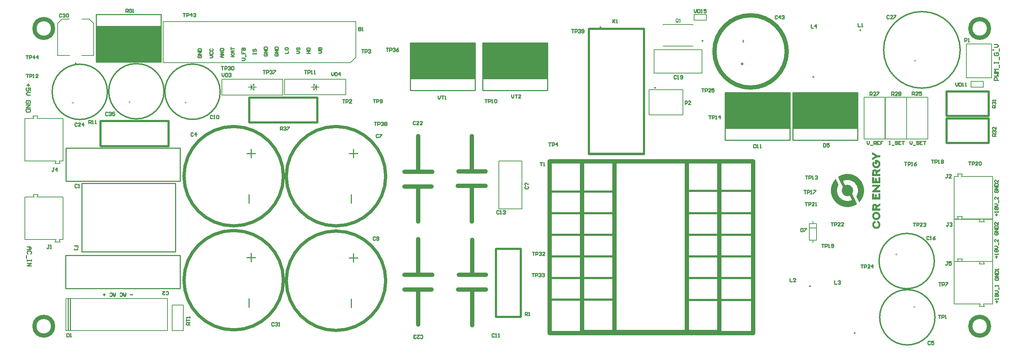
<source format=gbr>
%TF.GenerationSoftware,Altium Limited,Altium Designer,24.3.1 (35)*%
G04 Layer_Color=65535*
%FSLAX43Y43*%
%MOMM*%
%TF.SameCoordinates,2EF1D394-34E5-4190-8ABA-250447B0B6E5*%
%TF.FilePolarity,Positive*%
%TF.FileFunction,Legend,Top*%
%TF.Part,Single*%
G01*
G75*
%TA.AperFunction,NonConductor*%
%ADD87C,0.250*%
%ADD88C,0.200*%
%ADD89C,1.000*%
%ADD91C,0.254*%
%ADD126C,0.762*%
%ADD127C,0.300*%
%ADD128C,0.500*%
%ADD129C,0.100*%
%ADD130C,0.508*%
%ADD131R,15.240X8.382*%
G36*
X199867Y45862D02*
X199882Y45847D01*
X199896D01*
X199941Y45817D01*
X199956Y45802D01*
X199971Y45787D01*
X200031Y45757D01*
X200046Y45742D01*
X200061D01*
X200136Y45712D01*
X200151Y45697D01*
X200166Y45682D01*
X200241Y45637D01*
X200256Y45622D01*
X200271D01*
X200346Y45592D01*
X200376Y45577D01*
X200391Y45562D01*
X200976Y45232D01*
X201651D01*
Y44737D01*
X200946D01*
X200376Y44407D01*
X200286Y44362D01*
X200271Y44347D01*
X200256D01*
X200166Y44302D01*
X200151Y44287D01*
X200136D01*
X200076Y44227D01*
X200046Y44212D01*
X199986Y44197D01*
X199956Y44182D01*
X199896Y44137D01*
X199867Y44122D01*
X199807Y44092D01*
X199777Y44077D01*
X199762D01*
Y44092D01*
X199732Y44107D01*
Y44347D01*
X199762Y44617D01*
X200106Y44797D01*
X200196Y44842D01*
X200226Y44872D01*
X200241D01*
X200331Y44932D01*
X200361Y44947D01*
X200376D01*
X200391Y44962D01*
Y45037D01*
X200361Y45052D01*
X200346D01*
X200241Y45127D01*
X200211Y45157D01*
X200196D01*
X200136Y45187D01*
X200076Y45217D01*
X200031Y45232D01*
X200016D01*
X199732Y45397D01*
Y45847D01*
X199747Y45862D01*
X199762Y45877D01*
Y45907D01*
X199777D01*
X199792D01*
X199807D01*
X199867Y45862D01*
D02*
G37*
G36*
X200871Y44092D02*
X200931Y44077D01*
X200976Y44062D01*
X200991D01*
X201051Y44047D01*
X201111Y44017D01*
X201141Y44002D01*
X201156D01*
X201261Y43927D01*
X201291Y43897D01*
X201306Y43882D01*
X201381Y43807D01*
X201411Y43792D01*
X201426Y43777D01*
X201471Y43732D01*
X201501Y43687D01*
X201531Y43657D01*
Y43642D01*
X201576Y43552D01*
X201591Y43507D01*
X201606Y43492D01*
X201621Y43402D01*
X201636Y43327D01*
X201651Y43267D01*
Y42982D01*
X201636Y42892D01*
X201621Y42817D01*
X201591Y42757D01*
Y42742D01*
X201546Y42667D01*
X201516Y42592D01*
X201486Y42547D01*
X201471Y42532D01*
X201426Y42472D01*
X201366Y42412D01*
X201336Y42367D01*
X201321Y42352D01*
X201246Y42307D01*
X201171Y42262D01*
X201126Y42247D01*
X201111Y42232D01*
X201021Y42202D01*
X200946Y42172D01*
X200886Y42157D01*
X200871D01*
X200781D01*
X200691D01*
X200631D01*
X200616D01*
X200511Y42172D01*
X200481D01*
X200466D01*
X200361Y42202D01*
X200331Y42232D01*
X200316D01*
X200226Y42277D01*
X200196Y42292D01*
X200181D01*
X200106Y42352D01*
X200076Y42382D01*
X200001Y42457D01*
X199971Y42487D01*
X199911Y42577D01*
X199896Y42592D01*
Y42607D01*
X199837Y42697D01*
X199822Y42727D01*
Y42742D01*
X199792Y42847D01*
X199777Y42892D01*
Y42982D01*
X199762Y43027D01*
Y43192D01*
X199777Y43222D01*
Y43282D01*
X199792Y43312D01*
Y43372D01*
X199807Y43387D01*
X199822Y43447D01*
X199837Y43477D01*
X199852Y43537D01*
X199867Y43567D01*
X199956Y43732D01*
X200076Y43657D01*
X200091Y43627D01*
X200106Y43612D01*
X200121Y43597D01*
X200136D01*
X200151Y43582D01*
X200166D01*
X200181Y43567D01*
X200196D01*
X200211Y43552D01*
Y43537D01*
X200226Y43522D01*
X200241D01*
Y43507D01*
X200271D01*
Y43492D01*
X200286D01*
Y43417D01*
X200271D01*
Y43402D01*
X200256Y43372D01*
Y43357D01*
X200241Y43327D01*
X200226Y43312D01*
Y43267D01*
X200211Y43237D01*
X200196Y43222D01*
Y43042D01*
X200211Y43027D01*
Y42997D01*
X200241Y42907D01*
X200256Y42877D01*
X200271Y42862D01*
X200346Y42787D01*
X200361Y42772D01*
X200376Y42757D01*
X200451Y42697D01*
X200481Y42682D01*
X200496D01*
X200586Y42652D01*
X200616Y42637D01*
X200631D01*
X200736D01*
X200766D01*
X200781D01*
X200871Y42652D01*
X200901Y42667D01*
X200916D01*
X201006Y42712D01*
X201036Y42742D01*
X201051D01*
X201111Y42817D01*
X201126Y42832D01*
X201141Y42847D01*
X201156Y42862D01*
X201171Y42877D01*
X201186Y42907D01*
Y42922D01*
X201201Y42952D01*
Y42967D01*
X201216Y42982D01*
Y43237D01*
X201201Y43297D01*
Y43312D01*
X201186Y43342D01*
X201171Y43357D01*
X201156Y43402D01*
X201141Y43417D01*
X201126Y43432D01*
X201111Y43447D01*
X201096Y43477D01*
X201081Y43492D01*
X201036Y43522D01*
X201021Y43537D01*
X200976Y43567D01*
X200946Y43582D01*
X200841Y43627D01*
Y43072D01*
X200406D01*
Y43987D01*
X200421Y44002D01*
Y44032D01*
X200436Y44047D01*
X200451Y44077D01*
X200466D01*
X200481Y44092D01*
X200496D01*
X200601Y44107D01*
X200646D01*
X200661D01*
X200766D01*
X200796D01*
X200811D01*
X200871Y44092D01*
D02*
G37*
G36*
X201651Y42007D02*
Y41512D01*
X201306Y41287D01*
X201216Y41242D01*
X201201Y41227D01*
X201186Y41212D01*
X201111Y41167D01*
X201081Y41152D01*
X201051D01*
X201036Y41137D01*
X201006Y41122D01*
X200991Y41107D01*
X200976Y41077D01*
X200961Y41062D01*
X200946Y41047D01*
Y41032D01*
X200931Y41002D01*
Y40987D01*
X200916Y40957D01*
Y40807D01*
X201651D01*
Y40327D01*
X200691D01*
X199717D01*
X199732Y40912D01*
Y41197D01*
X199747Y41272D01*
X199762Y41317D01*
Y41422D01*
X199777Y41437D01*
Y41527D01*
X199792Y41557D01*
X199822Y41632D01*
X199837Y41647D01*
X199867Y41692D01*
X199882Y41722D01*
X199926Y41752D01*
X199941Y41767D01*
X199956D01*
X200001Y41812D01*
X200016Y41842D01*
X200091Y41872D01*
X200106Y41887D01*
X200121D01*
X200181Y41902D01*
X200196D01*
X200211D01*
X200301Y41932D01*
X200331D01*
X200346D01*
X200421Y41917D01*
X200451Y41902D01*
X200466D01*
X200541Y41887D01*
X200556Y41872D01*
X200571D01*
X200646Y41857D01*
X200661Y41842D01*
X200676D01*
X200736Y41782D01*
X200751Y41767D01*
X200766D01*
X200796Y41722D01*
X200811Y41707D01*
Y41692D01*
X200826Y41677D01*
Y41662D01*
X200841Y41647D01*
Y41617D01*
X200856D01*
Y41587D01*
X200916Y41617D01*
X200931Y41632D01*
X200961Y41647D01*
X200976Y41662D01*
X201021Y41677D01*
X201036Y41692D01*
X201051D01*
X201081Y41722D01*
X201096Y41737D01*
X201141Y41752D01*
X201156Y41767D01*
X201171D01*
X201231Y41782D01*
X201246Y41797D01*
X201306Y41842D01*
X201321Y41857D01*
X201366Y41872D01*
X201381Y41887D01*
X201396D01*
X201426Y41902D01*
X201441Y41917D01*
X201486Y41947D01*
X201501Y41962D01*
X201516D01*
X201546Y41977D01*
X201561Y41992D01*
X201606Y42022D01*
X201621Y42037D01*
X201636D01*
X201651Y42007D01*
D02*
G37*
G36*
Y38618D02*
X200691D01*
X199717D01*
X199732Y40012D01*
X200181Y40027D01*
Y39097D01*
X200391D01*
X200406Y39787D01*
X200811D01*
X200841Y39097D01*
X201216D01*
X201231Y40012D01*
X201651Y40027D01*
Y38618D01*
D02*
G37*
G36*
Y38078D02*
X201636Y38048D01*
Y38033D01*
X201621Y37988D01*
Y37973D01*
X201606Y37958D01*
X201591Y37943D01*
X201546Y37883D01*
X201531Y37868D01*
X201486Y37823D01*
X201456Y37808D01*
X201351Y37703D01*
X201321Y37658D01*
X201306Y37643D01*
X201246Y37583D01*
X201186Y37538D01*
X201141Y37508D01*
X201126Y37493D01*
X200616Y37013D01*
X201651Y36983D01*
Y36518D01*
X200691D01*
X199732D01*
Y36683D01*
X199747Y36713D01*
X199762Y36728D01*
X199777Y36743D01*
X199792Y36758D01*
X199807Y36803D01*
X199822Y36833D01*
X199882Y36878D01*
X199896Y36893D01*
X199941Y36953D01*
X199956Y36968D01*
X199971D01*
X200016Y37028D01*
X200061Y37073D01*
X200106Y37103D01*
X200121Y37118D01*
X200226Y37223D01*
X200271Y37268D01*
X200286Y37283D01*
X200826Y37808D01*
X199717D01*
X199762Y38273D01*
X201651Y38288D01*
Y38078D01*
D02*
G37*
G36*
Y34808D02*
X200691D01*
Y34793D01*
X199717D01*
X199732Y36173D01*
X200166Y36218D01*
Y35288D01*
X200391D01*
Y35993D01*
X200826D01*
Y35288D01*
X201216D01*
X201231Y36203D01*
X201651Y36218D01*
Y34808D01*
D02*
G37*
G36*
X194182Y40792D02*
X194287D01*
X194362Y40777D01*
X194407D01*
X194422D01*
X194692Y40732D01*
X194827Y40702D01*
X194932Y40672D01*
X195037Y40657D01*
X195112Y40627D01*
X195157Y40612D01*
X195172D01*
X195427Y40507D01*
X195547Y40462D01*
X195652Y40417D01*
X195742Y40372D01*
X195817Y40327D01*
X195862Y40312D01*
X195877Y40297D01*
X196117Y40147D01*
X196222Y40072D01*
X196312Y39997D01*
X196387Y39937D01*
X196447Y39892D01*
X196477Y39862D01*
X196492Y39847D01*
X196702Y39652D01*
X196867Y39472D01*
X196927Y39397D01*
X196972Y39337D01*
X197002Y39307D01*
X197017Y39292D01*
X197182Y39067D01*
X197302Y38857D01*
X197347Y38768D01*
X197392Y38708D01*
X197407Y38663D01*
X197422Y38648D01*
X197452Y38558D01*
X197482Y38498D01*
X197497Y38438D01*
X197512Y38423D01*
X197542Y38348D01*
X197587Y38273D01*
X197602Y38213D01*
X197617Y38198D01*
X197632Y38123D01*
X197662Y38063D01*
X197677Y38018D01*
Y38003D01*
X197692Y37928D01*
X197722Y37853D01*
X197737Y37808D01*
Y37793D01*
X197752Y37718D01*
Y37643D01*
X197767Y37598D01*
Y37583D01*
X197782Y37508D01*
Y37373D01*
X197797Y37283D01*
X197812Y37208D01*
Y36563D01*
X197797Y36488D01*
X197782Y36428D01*
Y36413D01*
X197767Y36338D01*
Y36203D01*
X197752Y36128D01*
X197737Y36068D01*
X197722Y36023D01*
Y36008D01*
X197707Y35933D01*
X197692Y35873D01*
X197677Y35828D01*
Y35813D01*
X197647Y35738D01*
X197632Y35678D01*
X197602Y35633D01*
Y35618D01*
X197572Y35543D01*
X197542Y35468D01*
X197512Y35423D01*
Y35408D01*
X197482Y35333D01*
X197452Y35258D01*
X197422Y35213D01*
Y35198D01*
X197377Y35138D01*
X197347Y35078D01*
X197332Y35048D01*
Y35033D01*
X197272Y34943D01*
X197257Y34913D01*
X197242Y34898D01*
X197212Y34838D01*
X197167Y34778D01*
X197152Y34733D01*
X197137Y34718D01*
X197092Y34658D01*
X197047Y34598D01*
X197032Y34553D01*
X197017Y34538D01*
X196927Y34433D01*
X196912Y34388D01*
X196897Y34373D01*
X196807Y34268D01*
X196777Y34223D01*
X196762Y34208D01*
X196747Y34193D01*
X196732Y34178D01*
X196717D01*
X196702D01*
X196687D01*
X196642Y34238D01*
X196627Y34268D01*
X196597Y34358D01*
X196582Y34373D01*
Y34388D01*
X196537Y34448D01*
X196522Y34478D01*
X196492Y34568D01*
X196477Y34598D01*
Y34613D01*
X196417Y34703D01*
X196402Y34718D01*
Y34733D01*
X196342Y34838D01*
X196327Y34868D01*
Y34883D01*
X196012Y35588D01*
X196102Y35753D01*
X196132Y35813D01*
X196162Y35873D01*
X196177Y35918D01*
X196192Y35933D01*
X196222Y36008D01*
X196237Y36083D01*
X196252Y36128D01*
Y36143D01*
X196282Y36218D01*
X196312Y36293D01*
X196327Y36338D01*
Y36353D01*
X196342Y36443D01*
Y36518D01*
X196357Y36563D01*
Y36578D01*
X196372Y36653D01*
X196387Y36728D01*
Y37103D01*
X196372Y37178D01*
Y37238D01*
X196357Y37313D01*
X196342Y37388D01*
X196327Y37433D01*
Y37448D01*
X196297Y37583D01*
X196267Y37688D01*
X196252Y37748D01*
X196237Y37778D01*
X196192Y37898D01*
X196147Y37988D01*
X196117Y38048D01*
X196102Y38078D01*
X196027Y38198D01*
X195967Y38288D01*
X195922Y38348D01*
X195907Y38378D01*
X195832Y38483D01*
X195757Y38558D01*
X195697Y38618D01*
X195682Y38648D01*
X195592Y38737D01*
X195502Y38812D01*
X195442Y38857D01*
X195427Y38872D01*
X195322Y38947D01*
X195232Y39007D01*
X195157Y39052D01*
X195127Y39067D01*
X195022Y39127D01*
X194932Y39172D01*
X194857Y39202D01*
X194827Y39217D01*
X194707Y39262D01*
X194602Y39292D01*
X194527Y39307D01*
X194497D01*
X194437Y39322D01*
X194377D01*
X194332Y39337D01*
X194317D01*
X194257Y39352D01*
X194197Y39367D01*
X194152D01*
X194137D01*
X194047D01*
X193972D01*
X193912D01*
X193897D01*
X193807D01*
X193732Y39352D01*
X193672Y39337D01*
X193657D01*
X193582D01*
X193507D01*
X193462Y39322D01*
X193447D01*
X193357Y39307D01*
X193282Y39292D01*
X193237Y39277D01*
X193222D01*
X193132Y39247D01*
X193102Y39232D01*
X193087D01*
X192997Y39187D01*
X192982Y39172D01*
X192967D01*
X192952Y39157D01*
Y39142D01*
X192937Y39127D01*
Y39067D01*
X192952Y39007D01*
X192967Y38992D01*
Y38962D01*
X192982Y38947D01*
Y38932D01*
X193027Y38842D01*
X193042Y38798D01*
Y38783D01*
X193087Y38693D01*
X193102Y38663D01*
X193117Y38648D01*
X193147Y38573D01*
X193162Y38558D01*
Y38543D01*
X193192Y38483D01*
X193207Y38468D01*
X193237Y38408D01*
X193252Y38378D01*
X193267Y38333D01*
X193282Y38318D01*
Y38303D01*
X193312Y38258D01*
X193327Y38243D01*
Y38228D01*
X193342Y38183D01*
X193357Y38168D01*
Y38153D01*
X193387D01*
X193402D01*
X193417Y38168D01*
X193432D01*
X193447D01*
X193462Y38183D01*
X193477D01*
X193507D01*
X193522D01*
X193537Y38198D01*
X193552D01*
X193612Y38213D01*
X193672D01*
X193717Y38228D01*
X193732D01*
X193792Y38243D01*
X193852Y38258D01*
X193882D01*
X193897D01*
X193957D01*
X194017Y38243D01*
X194062Y38228D01*
X194077D01*
X194152Y38213D01*
X194212D01*
X194257Y38198D01*
X194272D01*
X194332Y38168D01*
X194392Y38153D01*
X194437Y38138D01*
X194452Y38123D01*
X194512Y38108D01*
X194557Y38078D01*
X194587Y38063D01*
X194602D01*
X194662Y38018D01*
X194722Y37988D01*
X194752Y37958D01*
X194767Y37943D01*
X194857Y37868D01*
X194872Y37853D01*
X194887Y37838D01*
X194962Y37763D01*
X194977Y37733D01*
X194992Y37718D01*
X195037Y37658D01*
X195052Y37643D01*
X195067Y37628D01*
X195112Y37553D01*
X195127Y37523D01*
Y37508D01*
X195157Y37433D01*
X195172Y37418D01*
Y37403D01*
X195187Y37328D01*
X195202Y37313D01*
Y37298D01*
X195217Y37223D01*
X195232Y37193D01*
Y37088D01*
X195247Y37058D01*
Y37043D01*
X195262Y36968D01*
Y36728D01*
X195247Y36698D01*
Y36668D01*
X195232Y36638D01*
Y36548D01*
X195217Y36533D01*
X195202Y36518D01*
X195187Y36458D01*
X195172Y36443D01*
X195142Y36398D01*
X195127Y36383D01*
Y36368D01*
X195022Y36128D01*
X196147Y33743D01*
X196072Y33653D01*
X195997Y33593D01*
X195967Y33578D01*
X195877Y33548D01*
X195862Y33533D01*
X195847D01*
X195742Y33473D01*
X195712Y33458D01*
X195697Y33443D01*
X195637Y33428D01*
X195577Y33398D01*
X195532Y33383D01*
X195517D01*
X195412Y33323D01*
X195382Y33308D01*
X195367D01*
X195307Y33293D01*
X195247Y33263D01*
X195202Y33248D01*
X195187D01*
X195082Y33203D01*
X195052Y33188D01*
X195037D01*
X194932Y33158D01*
X194902Y33143D01*
X194887D01*
X194812Y33128D01*
X194797Y33113D01*
X194782D01*
X194692Y33098D01*
X194677Y33083D01*
X194662D01*
X194602D01*
X194587Y33068D01*
X194512D01*
X194497D01*
X194482D01*
X194422Y33053D01*
X194392D01*
X194302D01*
X194287D01*
X194272D01*
X194212D01*
X194152D01*
X194107D01*
X194092D01*
X194032D01*
X193972D01*
X193942D01*
X193927D01*
X193867D01*
X193807D01*
X193777D01*
X193762D01*
X193702D01*
X193642D01*
X193597D01*
X193582D01*
X193522D01*
X193492D01*
X193402Y33068D01*
X193387D01*
X193372D01*
X193312D01*
X193282D01*
X193222Y33083D01*
X193207D01*
X193117Y33098D01*
X193102Y33113D01*
X193087D01*
X192997Y33128D01*
X192982Y33143D01*
X192967D01*
X192877Y33173D01*
X192802Y33188D01*
X192742Y33218D01*
X192727D01*
X192622Y33248D01*
X192532Y33278D01*
X192472Y33308D01*
X192442D01*
X192352Y33353D01*
X192277Y33398D01*
X192217Y33413D01*
X192202Y33428D01*
X192112Y33473D01*
X192037Y33518D01*
X191992Y33548D01*
X191977Y33563D01*
X191887Y33623D01*
X191812Y33668D01*
X191752Y33698D01*
X191737Y33713D01*
X191647Y33773D01*
X191572Y33818D01*
X191527Y33863D01*
X191512Y33878D01*
X191437Y33938D01*
X191362Y33998D01*
X191317Y34043D01*
X191302Y34058D01*
X191227Y34133D01*
X191152Y34208D01*
X191107Y34253D01*
X191092Y34268D01*
X191032Y34343D01*
X190972Y34403D01*
X190942Y34448D01*
X190927Y34463D01*
X190867Y34538D01*
X190822Y34613D01*
X190777Y34658D01*
X190762Y34673D01*
X190702Y34763D01*
X190672Y34838D01*
X190642Y34883D01*
X190627Y34898D01*
X190567Y34973D01*
X190522Y35048D01*
X190492Y35108D01*
X190477Y35123D01*
X190432Y35198D01*
X190402Y35273D01*
X190372Y35333D01*
Y35348D01*
X190327Y35438D01*
X190297Y35528D01*
X190267Y35588D01*
Y35603D01*
X190237Y35693D01*
X190207Y35768D01*
X190192Y35828D01*
Y35843D01*
X190162Y35933D01*
X190132Y36023D01*
X190117Y36083D01*
Y36113D01*
X190102Y36203D01*
X190087Y36278D01*
X190072Y36323D01*
Y36338D01*
X190057Y36428D01*
Y37313D01*
X190072Y37373D01*
Y37403D01*
X190087Y37508D01*
Y37583D01*
X190102Y37643D01*
Y37673D01*
X190117Y37763D01*
X190132Y37838D01*
X190147Y37898D01*
X190162Y37913D01*
X190177Y38003D01*
X190207Y38078D01*
X190222Y38138D01*
Y38153D01*
X190252Y38228D01*
X190282Y38288D01*
X190297Y38333D01*
X190312Y38348D01*
X190342Y38423D01*
X190357Y38483D01*
X190372Y38513D01*
X190387Y38528D01*
X190432Y38618D01*
X190462Y38693D01*
X190492Y38737D01*
X190507Y38752D01*
X190537Y38827D01*
X190582Y38902D01*
X190597Y38947D01*
X190612Y38962D01*
X190687Y39067D01*
X190717Y39112D01*
X190732Y39127D01*
X190777Y39202D01*
X190822Y39262D01*
X190852Y39307D01*
X190867Y39322D01*
X190942Y39412D01*
X190957Y39442D01*
X190972Y39457D01*
X191047Y39547D01*
X191077Y39577D01*
X191092Y39592D01*
X191197Y39682D01*
X191242Y39547D01*
Y39517D01*
X191257Y39502D01*
X191272Y39487D01*
X191287Y39472D01*
X191302Y39412D01*
X191317Y39397D01*
Y39382D01*
X191347Y39322D01*
X191362Y39307D01*
X191377Y39292D01*
X191407Y39217D01*
X191422Y39187D01*
Y39172D01*
X191452Y39112D01*
X191467Y39097D01*
Y39082D01*
X191512Y38992D01*
X191527Y38962D01*
Y38947D01*
X191557Y38872D01*
X191572Y38842D01*
Y38827D01*
X191842Y38258D01*
X191722Y38003D01*
X191677Y37913D01*
X191662Y37883D01*
Y37868D01*
X191617Y37793D01*
X191602Y37763D01*
Y37748D01*
X191587Y37658D01*
X191572Y37628D01*
Y37613D01*
X191542Y37523D01*
X191527Y37493D01*
Y37478D01*
X191512Y37403D01*
Y37358D01*
X191497Y37268D01*
Y37223D01*
X191482Y37118D01*
Y36623D01*
X191497Y36548D01*
X191512Y36518D01*
Y36413D01*
X191527Y36383D01*
Y36368D01*
X191542Y36293D01*
X191557Y36278D01*
Y36263D01*
X191587Y36188D01*
X191602Y36158D01*
Y36143D01*
X191632Y36038D01*
X191647Y36008D01*
Y35993D01*
X191692Y35903D01*
X191707Y35873D01*
Y35858D01*
X191767Y35768D01*
X191812Y35693D01*
X191842Y35633D01*
X191857Y35618D01*
X191902Y35528D01*
X191947Y35468D01*
X191992Y35408D01*
X192007Y35393D01*
X192082Y35318D01*
X192142Y35243D01*
X192187Y35198D01*
X192202Y35183D01*
X192277Y35123D01*
X192337Y35063D01*
X192382Y35018D01*
X192397Y35003D01*
X192472Y34943D01*
X192547Y34883D01*
X192607Y34853D01*
X192622Y34838D01*
X192697Y34793D01*
X192772Y34748D01*
X192832Y34718D01*
X192847Y34703D01*
X192937Y34673D01*
X193012Y34643D01*
X193072Y34628D01*
X193102Y34613D01*
X193207Y34583D01*
X193282Y34553D01*
X193342Y34538D01*
X193372Y34523D01*
X193477Y34508D01*
X193507Y34493D01*
X193522D01*
X193612D01*
X193642Y34478D01*
X193657D01*
X193732D01*
X193792D01*
X193837D01*
X193852D01*
X193912D01*
X193972D01*
X194017D01*
X194032D01*
X194152Y34493D01*
X194197D01*
X194212D01*
X194272D01*
X194332Y34508D01*
X194377D01*
X194392D01*
X194497Y34523D01*
X194527Y34538D01*
X194542D01*
X194632Y34568D01*
X194662Y34583D01*
X194677D01*
X194722D01*
X194737D01*
X194767Y34598D01*
X194782Y34613D01*
X194812D01*
X194827D01*
X194857Y34643D01*
X194872Y34658D01*
X194887D01*
X194902D01*
X194932Y34673D01*
X194947D01*
Y34688D01*
X194962Y34703D01*
Y34718D01*
X194917Y34793D01*
X194887Y34868D01*
X194857Y34913D01*
Y34928D01*
X194812Y35018D01*
X194782Y35093D01*
X194767Y35138D01*
Y35153D01*
X194722Y35243D01*
X194692Y35303D01*
X194662Y35348D01*
Y35363D01*
X194632Y35438D01*
X194602Y35498D01*
X194572Y35543D01*
Y35558D01*
X194557Y35603D01*
Y35618D01*
X194527Y35663D01*
X194497Y35693D01*
X194482D01*
X194467D01*
X194452D01*
X194437D01*
X194407Y35663D01*
X194392D01*
X194377D01*
X194362D01*
X194347Y35648D01*
X194332D01*
X194302D01*
X194287Y35633D01*
X194197Y35618D01*
X194122Y35603D01*
X194077Y35588D01*
X194062D01*
X193972D01*
X193897Y35603D01*
X193852D01*
X193837D01*
X193747D01*
X193672Y35618D01*
X193612Y35633D01*
X193597D01*
X193507Y35663D01*
X193432Y35678D01*
X193387Y35708D01*
X193372D01*
X193297Y35753D01*
X193237Y35783D01*
X193192Y35813D01*
X193177Y35828D01*
X193102Y35888D01*
X193042Y35918D01*
X192997Y35948D01*
X192982Y35963D01*
X192922Y36023D01*
X192892Y36083D01*
X192862Y36128D01*
X192847Y36143D01*
X192802Y36218D01*
X192757Y36293D01*
X192742Y36338D01*
X192727Y36353D01*
X192712Y36398D01*
X192697Y36413D01*
X192667Y36458D01*
Y36473D01*
X192652Y36518D01*
Y36533D01*
X192637Y36563D01*
Y36653D01*
X192622Y36698D01*
Y37163D01*
X192637Y37178D01*
Y37298D01*
X192652Y37313D01*
Y37343D01*
X192667Y37358D01*
X192682Y37403D01*
X192697Y37418D01*
X192712Y37478D01*
X192727Y37493D01*
X192832Y37733D01*
X192262Y38917D01*
X192202Y39052D01*
X192157Y39172D01*
X192112Y39262D01*
X192097Y39277D01*
Y39292D01*
X192022Y39442D01*
X191962Y39562D01*
X191917Y39652D01*
X191902Y39667D01*
Y39682D01*
X191872Y39772D01*
X191857Y39802D01*
Y39817D01*
X191812Y39907D01*
X191797Y39937D01*
Y39952D01*
X191782Y40012D01*
X191767Y40027D01*
X191737Y40072D01*
Y40117D01*
X191752Y40132D01*
X191767Y40147D01*
X191782Y40162D01*
Y40177D01*
X191797D01*
X191812Y40192D01*
X191857Y40207D01*
X191872Y40222D01*
X191917Y40237D01*
X191932Y40252D01*
X191992Y40282D01*
X192007Y40297D01*
X192037Y40312D01*
X192052Y40327D01*
X192112Y40342D01*
X192127Y40357D01*
X192142D01*
X192202Y40387D01*
X192217Y40402D01*
X192472Y40507D01*
X192592Y40567D01*
X192697Y40597D01*
X192787Y40627D01*
X192862Y40657D01*
X192907Y40672D01*
X192922D01*
X193192Y40732D01*
X193312Y40762D01*
X193432Y40777D01*
X193522Y40792D01*
X193612Y40807D01*
X193657D01*
X193672D01*
X193942D01*
X194077D01*
X194182Y40792D01*
D02*
G37*
G36*
X201636Y33878D02*
X201651Y33863D01*
Y33368D01*
X201291Y33158D01*
X201201Y33113D01*
X201186Y33098D01*
X201171Y33083D01*
X201081Y33038D01*
X201051Y33023D01*
X201036D01*
X201021Y32993D01*
X201006Y32978D01*
X200991Y32963D01*
X200976Y32948D01*
X200946Y32933D01*
Y32918D01*
X200931Y32903D01*
Y32843D01*
X200916Y32813D01*
Y32798D01*
X200931Y32663D01*
X201651Y32648D01*
Y32168D01*
X200706D01*
X199732D01*
Y32768D01*
X199747Y32843D01*
X199762Y32918D01*
Y33203D01*
X199777Y33293D01*
X199792Y33308D01*
Y33413D01*
X199807Y33428D01*
Y33443D01*
X199822Y33488D01*
X199837Y33503D01*
X199867Y33563D01*
X199882Y33578D01*
X199926Y33623D01*
X199941Y33638D01*
X199986Y33683D01*
X200001Y33698D01*
X200076Y33743D01*
X200106Y33758D01*
X200121D01*
X200196Y33773D01*
X200211Y33788D01*
X200226D01*
X200316D01*
X200346D01*
X200361D01*
X200436D01*
X200466D01*
X200481D01*
X200556Y33758D01*
X200571Y33743D01*
X200586D01*
X200661Y33698D01*
X200676Y33683D01*
X200691D01*
X200751Y33638D01*
X200766Y33623D01*
X200781Y33608D01*
X200826Y33563D01*
X200841Y33548D01*
Y33503D01*
X200856Y33488D01*
X200871D01*
X200886D01*
X200901D01*
X200916D01*
Y33503D01*
X200931D01*
X200961Y33518D01*
X200976D01*
X201021Y33548D01*
X201036D01*
X201111Y33593D01*
X201141Y33608D01*
X201156D01*
X201216Y33653D01*
X201231Y33668D01*
X201246D01*
X201306Y33698D01*
X201321Y33713D01*
X201366Y33743D01*
X201381Y33758D01*
X201396D01*
X201426Y33773D01*
X201441Y33788D01*
X201486Y33803D01*
X201501Y33818D01*
X201516D01*
X201546Y33848D01*
X201561Y33863D01*
X201606Y33878D01*
X201621Y33893D01*
X201636D01*
Y33878D01*
D02*
G37*
G36*
X200901Y31883D02*
X200961Y31868D01*
X200976Y31853D01*
X201066Y31823D01*
X201126Y31793D01*
X201186Y31778D01*
X201201Y31763D01*
X201276Y31718D01*
X201336Y31673D01*
X201381Y31643D01*
X201396Y31628D01*
X201441Y31553D01*
X201486Y31493D01*
X201516Y31448D01*
X201531Y31433D01*
X201576Y31358D01*
X201591Y31298D01*
X201621Y31238D01*
Y31223D01*
X201636Y31178D01*
X201651Y31163D01*
Y30953D01*
X201636Y30878D01*
Y30743D01*
X201621Y30668D01*
Y30638D01*
X201606Y30593D01*
Y30563D01*
X201576Y30503D01*
X201561Y30488D01*
X201516Y30398D01*
X201486Y30368D01*
Y30353D01*
X201411Y30278D01*
X201381Y30248D01*
X201366Y30233D01*
X201291Y30158D01*
X201276Y30143D01*
X201261Y30128D01*
X201156Y30068D01*
X201126Y30053D01*
X201111Y30038D01*
X201006Y30008D01*
X200976Y29993D01*
X200961D01*
X200856Y29978D01*
X200811Y29963D01*
X200796D01*
X200691D01*
X200646D01*
X200631D01*
X200571D01*
X200526Y29978D01*
X200496D01*
X200481D01*
X200391Y29993D01*
X200361Y30008D01*
X200346D01*
X200256Y30053D01*
X200241Y30068D01*
X200226D01*
X200166Y30113D01*
X200136Y30143D01*
X200061Y30203D01*
X200031Y30218D01*
X199971Y30293D01*
X199956Y30323D01*
X199896Y30398D01*
X199882Y30428D01*
X199837Y30518D01*
X199822Y30533D01*
Y30548D01*
X199792Y30638D01*
X199777Y30668D01*
Y30683D01*
X199762Y30773D01*
X199747Y30803D01*
Y30818D01*
X199732Y30908D01*
Y30938D01*
X199762Y31028D01*
X199777Y31058D01*
Y31178D01*
X199792Y31208D01*
Y31223D01*
X199822Y31313D01*
X199837Y31343D01*
Y31358D01*
X199882Y31433D01*
X199896Y31463D01*
X199956Y31538D01*
X199971Y31568D01*
X199986D01*
X200046Y31643D01*
X200061Y31673D01*
X200076D01*
X200151Y31718D01*
X200211Y31763D01*
X200271Y31778D01*
X200286Y31793D01*
X200361Y31838D01*
X200436Y31868D01*
X200481Y31898D01*
X200496D01*
X200586D01*
X200661D01*
X200721D01*
X200736D01*
X200826D01*
X200901Y31883D01*
D02*
G37*
G36*
X201081Y29783D02*
X201096D01*
X201141Y29768D01*
X201156Y29753D01*
X201216Y29708D01*
X201231Y29693D01*
X201291Y29648D01*
X201306Y29633D01*
X201321Y29618D01*
X201366Y29573D01*
X201381Y29558D01*
X201396Y29543D01*
X201441Y29498D01*
X201456Y29483D01*
Y29468D01*
X201516Y29408D01*
X201531Y29393D01*
Y29378D01*
X201546Y29318D01*
X201561Y29303D01*
Y29288D01*
X201606Y29213D01*
X201621Y29183D01*
Y29168D01*
X201636Y29093D01*
X201651Y29063D01*
Y28943D01*
X201666Y28913D01*
Y28898D01*
X201651Y28808D01*
Y28763D01*
X201636Y28673D01*
Y28628D01*
X201606Y28538D01*
X201591Y28508D01*
Y28493D01*
X201546Y28418D01*
X201531Y28388D01*
Y28373D01*
X201486Y28298D01*
X201456Y28283D01*
Y28268D01*
X201411Y28208D01*
X201381Y28163D01*
X201351Y28133D01*
X201336Y28118D01*
X201276Y28073D01*
X201231Y28058D01*
X201201Y28028D01*
X201186D01*
X201126Y27983D01*
X201066Y27968D01*
X201021Y27938D01*
X201006D01*
X200931Y27923D01*
X200871D01*
X200826Y27908D01*
X200811D01*
X200736D01*
X200676D01*
X200631D01*
X200616D01*
X200541Y27923D01*
X200481Y27938D01*
X200436Y27953D01*
X200421D01*
X200346Y27968D01*
X200286Y27983D01*
X200256Y28013D01*
X200241D01*
X200136Y28103D01*
X200091Y28118D01*
X200076Y28133D01*
X200046Y28178D01*
X200031Y28193D01*
X199971Y28238D01*
X199956Y28253D01*
X199926Y28298D01*
X199911Y28313D01*
X199896Y28358D01*
X199882Y28373D01*
X199867Y28403D01*
X199852Y28418D01*
X199822Y28478D01*
X199807Y28493D01*
X199792Y28553D01*
Y28583D01*
X199777Y28643D01*
Y28658D01*
X199762Y28748D01*
X199747Y28778D01*
Y28898D01*
X199762Y28928D01*
Y29048D01*
X199777Y29078D01*
Y29093D01*
X199807Y29198D01*
X199822Y29228D01*
Y29243D01*
X199867Y29333D01*
X199882Y29348D01*
Y29363D01*
X199926Y29453D01*
X199941Y29468D01*
X199956Y29483D01*
X200016Y29558D01*
X200031Y29573D01*
X200046Y29588D01*
X200106Y29663D01*
X200121Y29678D01*
X200136D01*
X200181Y29693D01*
X200196D01*
X200211Y29708D01*
X200226D01*
X200241Y29723D01*
X200256Y29738D01*
X200271Y29753D01*
X200286Y29768D01*
X200301D01*
X200316D01*
X200331Y29783D01*
X200346D01*
X200361D01*
X200376Y29798D01*
X200391D01*
X200406Y29783D01*
Y29768D01*
X200421Y29753D01*
Y29738D01*
X200436Y29723D01*
Y29708D01*
X200451Y29693D01*
X200466Y29678D01*
X200481Y29663D01*
Y29633D01*
X200496Y29618D01*
Y29588D01*
X200511Y29573D01*
X200586Y29363D01*
X200466Y29303D01*
X200421Y29288D01*
X200406Y29273D01*
X200361Y29243D01*
X200331Y29228D01*
Y29213D01*
X200316Y29183D01*
X200301Y29168D01*
X200286Y29153D01*
X200271Y29138D01*
X200241Y29078D01*
Y29063D01*
X200226Y29033D01*
X200211Y29018D01*
Y28928D01*
X200196Y28883D01*
Y28823D01*
X200211Y28808D01*
Y28733D01*
X200226Y28673D01*
X200241Y28658D01*
X200256Y28628D01*
X200271Y28613D01*
Y28598D01*
X200286Y28568D01*
X200301Y28553D01*
X200316Y28538D01*
X200331Y28523D01*
X200391Y28493D01*
X200406Y28478D01*
X200436Y28463D01*
X200451Y28448D01*
X200466D01*
X200541Y28403D01*
X200571Y28388D01*
X200586D01*
X200676Y28373D01*
X200706D01*
X200721D01*
X200811Y28388D01*
X200841D01*
X200856D01*
X200931Y28418D01*
X200961Y28448D01*
X200976D01*
X201051Y28493D01*
X201066Y28523D01*
X201081D01*
X201126Y28598D01*
X201141Y28613D01*
Y28628D01*
X201186Y28703D01*
X201201Y28718D01*
Y28733D01*
X201216Y28823D01*
Y29018D01*
X201201Y29048D01*
Y29063D01*
X201186Y29078D01*
X201171D01*
X201156Y29093D01*
Y29108D01*
X201141Y29138D01*
X201126Y29153D01*
X201096Y29183D01*
X201081Y29198D01*
X201051Y29213D01*
Y29228D01*
X201036Y29243D01*
X201021Y29258D01*
X201006Y29273D01*
X200991Y29288D01*
X200976Y29303D01*
X200946D01*
X200931Y29333D01*
X200916Y29348D01*
X200901Y29363D01*
X200886D01*
X200856Y29378D01*
Y29468D01*
X200871Y29483D01*
X200886Y29558D01*
X200901Y29573D01*
Y29588D01*
X200916Y29633D01*
X200931Y29663D01*
X200961Y29723D01*
X200976Y29753D01*
Y29768D01*
X200991Y29783D01*
X201006Y29798D01*
X201021D01*
X201066D01*
X201081Y29783D01*
D02*
G37*
%LPC*%
G36*
X200406Y41437D02*
X200391D01*
X200361D01*
X200346D01*
X200331D01*
X200316D01*
X200301D01*
Y41422D01*
X200286D01*
X200271D01*
X200256D01*
Y41407D01*
X200241D01*
X200226D01*
Y41377D01*
X200211D01*
Y41347D01*
X200196Y41332D01*
Y41287D01*
X200181Y41257D01*
Y40822D01*
X200511D01*
Y41122D01*
X200496Y41197D01*
Y41287D01*
X200481Y41332D01*
Y41347D01*
X200466Y41362D01*
X200451Y41377D01*
X200436Y41407D01*
X200421Y41422D01*
X200406Y41437D01*
D02*
G37*
G36*
X200346Y33308D02*
X200331D01*
X200316D01*
X200301D01*
X200286D01*
X200271Y33293D01*
X200241Y33278D01*
Y33263D01*
X200226D01*
X200211Y33248D01*
Y33218D01*
X200196Y33203D01*
Y33158D01*
X200181Y33143D01*
Y32648D01*
X200496Y32663D01*
Y32888D01*
X200511Y32933D01*
Y33053D01*
X200496Y33083D01*
Y33143D01*
X200481Y33158D01*
Y33188D01*
X200466Y33218D01*
Y33233D01*
X200436Y33248D01*
Y33263D01*
X200421Y33278D01*
X200406Y33293D01*
X200391D01*
X200376D01*
X200346Y33308D01*
D02*
G37*
G36*
X200736Y31418D02*
X200706D01*
X200691D01*
X200601D01*
X200571Y31403D01*
X200556D01*
X200511D01*
X200466Y31388D01*
X200451Y31373D01*
X200436Y31358D01*
X200376Y31328D01*
X200346Y31313D01*
X200286Y31253D01*
X200271Y31238D01*
Y31223D01*
X200241Y31178D01*
X200226Y31163D01*
Y31148D01*
X200211Y31073D01*
X200196Y31058D01*
Y30848D01*
X200211Y30788D01*
X200226Y30773D01*
Y30758D01*
X200256Y30683D01*
X200271Y30668D01*
Y30653D01*
X200316Y30608D01*
X200331Y30593D01*
Y30578D01*
X200346Y30563D01*
X200376Y30533D01*
X200391Y30518D01*
X200406D01*
X200436Y30503D01*
X200451Y30488D01*
X200496D01*
X200511Y30473D01*
X200556D01*
X200571Y30458D01*
X200586D01*
X200646Y30443D01*
X200661D01*
X200676D01*
X200736Y30458D01*
X200751D01*
X200766D01*
X200811Y30473D01*
X200826D01*
X200841D01*
X200901Y30488D01*
X200916D01*
X200961Y30503D01*
X200976Y30518D01*
X200991D01*
X201036Y30548D01*
X201051Y30563D01*
X201066D01*
X201111Y30623D01*
X201126Y30638D01*
X201156Y30698D01*
X201171Y30728D01*
X201201Y30803D01*
Y30833D01*
X201216Y30908D01*
Y31043D01*
X201201Y31118D01*
X201186Y31148D01*
X201141Y31208D01*
X201126Y31223D01*
X201081Y31298D01*
X201051Y31313D01*
X200976Y31343D01*
X200946Y31358D01*
X200931D01*
X200901Y31388D01*
X200856Y31403D01*
X200841D01*
X200826D01*
X200736Y31418D01*
D02*
G37*
%LPD*%
D87*
X197075Y74600D02*
G03*
X197075Y74600I-125J0D01*
G01*
X186025Y63600D02*
G03*
X186025Y63600I-125J0D01*
G01*
X185225Y14425D02*
G03*
X185225Y14425I-125J0D01*
G01*
X195750Y3425D02*
G03*
X195750Y3425I-125J0D01*
G01*
X12625Y66775D02*
G03*
X12625Y66775I-125J0D01*
G01*
X148835Y61075D02*
G03*
X148835Y61075I-125J0D01*
G01*
X135975Y75325D02*
G03*
X135975Y75325I-125J0D01*
G01*
X159975Y72105D02*
G03*
X159975Y72105I-125J0D01*
G01*
X228350Y69950D02*
G03*
X228350Y69950I-125J0D01*
G01*
D88*
X111975Y32575D02*
Y43850D01*
X117425D01*
Y32575D02*
Y43850D01*
X111975Y32575D02*
X117425D01*
X222975Y61225D02*
X225850D01*
X222975Y62575D02*
X225850D01*
X222975Y61225D02*
Y62575D01*
X225850Y61225D02*
Y62575D01*
X10225Y11500D02*
X34125D01*
X10225Y4000D02*
Y11500D01*
Y4000D02*
X34125D01*
Y11500D01*
X220691Y20250D02*
X228041D01*
X219041D02*
X219991D01*
X219041Y10250D02*
Y20250D01*
X228041Y10250D02*
Y20250D01*
X225891Y10250D02*
X228041D01*
X219041D02*
X225191D01*
X224941Y9650D02*
X226141D01*
X225892Y10250D02*
X226141Y9650D01*
X224941D02*
X225191Y10250D01*
X219742Y20850D02*
X219991Y20250D01*
X219742Y20850D02*
X220942D01*
X220692Y20250D02*
X220942Y20850D01*
X8250Y68675D02*
X11100D01*
X13900D02*
X16750D01*
X8250D02*
Y76175D01*
X9250Y77175D01*
X11100D01*
X13900D02*
X15750D01*
X16750Y76175D01*
Y68675D02*
Y76175D01*
X7650Y43225D02*
X7900Y43825D01*
X7650Y43225D02*
X8850D01*
X8600Y43825D02*
X8850Y43225D01*
X3400Y53825D02*
X3650Y54425D01*
X2450D02*
X2700Y53825D01*
X2450Y54425D02*
X3650D01*
X3400Y53825D02*
X9550D01*
X550D02*
X2700D01*
X550Y43825D02*
Y53825D01*
X9550Y43825D02*
Y53825D01*
X8600Y43825D02*
X9550D01*
X550D02*
X7900D01*
X18300Y47350D02*
X34325D01*
Y53225D01*
X18300Y47350D02*
Y53225D01*
X34325D01*
X33066Y66925D02*
Y76650D01*
X78391D01*
Y68200D02*
Y76650D01*
X77116Y66925D02*
X78391Y68200D01*
X33066Y66925D02*
X77116D01*
X111307Y7184D02*
Y23209D01*
Y7184D02*
X117182D01*
X111307Y23209D02*
X117182D01*
Y7184D02*
Y23209D01*
X7675Y24775D02*
X7925Y25375D01*
X7675Y24775D02*
X8875D01*
X8625Y25375D02*
X8875Y24775D01*
X3425Y35375D02*
X3675Y35975D01*
X2475D02*
X2725Y35375D01*
X2475Y35975D02*
X3675D01*
X3425Y35375D02*
X9575D01*
X575D02*
X2725D01*
X575Y25375D02*
Y35375D01*
X9575Y25375D02*
Y35375D01*
X8625Y25375D02*
X9575D01*
X575D02*
X7925D01*
X37800Y3950D02*
Y9950D01*
X35200D02*
X37800D01*
X35200Y3950D02*
X37800D01*
X35200D02*
Y9950D01*
X53325Y52900D02*
X69350D01*
Y58775D01*
X53325Y52900D02*
Y58775D01*
X69350D01*
X159775Y64525D02*
Y69975D01*
X148500D02*
X159775D01*
X148500Y64525D02*
Y69975D01*
Y64525D02*
X159775D01*
X147270Y60650D02*
X155230D01*
X147270Y54700D02*
Y60650D01*
Y54700D02*
X155230D01*
Y60650D01*
X145950Y45725D02*
Y74725D01*
X133250Y45725D02*
X145950D01*
X133250D02*
Y74725D01*
X145950D01*
X61191Y59375D02*
Y63050D01*
X46841Y59375D02*
X61191D01*
X46841Y63050D02*
X61191D01*
X46841Y59375D02*
Y63050D01*
X53691Y61225D02*
X54398Y61932D01*
X53691Y61225D02*
X54398Y60518D01*
Y61932D01*
X53691Y61225D02*
Y61925D01*
Y61225D02*
X54991D01*
X53691Y60525D02*
Y61225D01*
X53091D02*
X53691D01*
X69141D02*
X69741D01*
X69141D02*
Y61925D01*
X67841Y61225D02*
X69141D01*
Y60525D02*
Y61225D01*
X68434Y60518D02*
Y61932D01*
X69141Y61225D01*
X68434Y60518D02*
X69141Y61225D01*
X75991Y59400D02*
Y63075D01*
X61641Y59400D02*
X75991D01*
X61641Y63075D02*
X75991D01*
X61641Y59400D02*
Y63075D01*
X157600Y70835D02*
Y70880D01*
Y75870D02*
Y75915D01*
X150600D02*
X157600D01*
X150600Y70835D02*
Y70880D01*
Y75870D02*
Y75915D01*
Y70835D02*
X157600D01*
X157875Y76925D02*
Y78275D01*
X160750Y76925D02*
Y78275D01*
X157875Y76925D02*
X160750D01*
X157875Y78275D02*
X160750D01*
X227800Y63430D02*
Y71390D01*
X221850D02*
X227800D01*
X221850Y63430D02*
Y71390D01*
Y63430D02*
X227800D01*
X220692Y30250D02*
X220942Y30850D01*
X219742D02*
X220942D01*
X219742D02*
X219991Y30250D01*
X224941Y19650D02*
X225191Y20250D01*
X225892D02*
X226141Y19650D01*
X224941D02*
X226141D01*
X219041Y20250D02*
X225191D01*
X225891D02*
X228041D01*
Y30250D01*
X219041Y20250D02*
Y30250D01*
X219991D01*
X220691D02*
X228041D01*
X220692Y40175D02*
X220942Y40775D01*
X219742D02*
X220942D01*
X219742D02*
X219991Y40175D01*
X224941Y29575D02*
X225191Y30175D01*
X225892D02*
X226141Y29575D01*
X224941D02*
X226141D01*
X219041Y30175D02*
X225191D01*
X225891D02*
X228041D01*
Y40175D01*
X219041Y30175D02*
Y40175D01*
X219991D01*
X220691D02*
X228041D01*
X202842Y49035D02*
X207802D01*
X202842D02*
Y58815D01*
X207802D01*
Y49035D02*
Y58815D01*
X207857Y49035D02*
X212817D01*
X207857D02*
Y58815D01*
X212817D01*
Y49035D02*
Y58815D01*
X185020Y28125D02*
X186580D01*
X185800Y24625D02*
Y25200D01*
Y29100D02*
Y29675D01*
X184950Y29100D02*
X186650D01*
X184950Y25200D02*
Y29100D01*
Y25200D02*
X186650D01*
Y29100D01*
X197802Y49035D02*
X202762D01*
X197802D02*
Y58815D01*
X202762D01*
Y49035D02*
Y58815D01*
X154150Y76583D02*
Y77117D01*
X154017Y77250D01*
X153750D01*
X153617Y77117D01*
Y76583D01*
X153750Y76450D01*
X154017D01*
X153883Y76717D02*
X154150Y76450D01*
X154017D02*
X154150Y76583D01*
X154417Y76450D02*
X154683D01*
X154550D01*
Y77250D01*
X154417Y77117D01*
D89*
X179650Y69608D02*
G03*
X179650Y69608I-8500J0D01*
G01*
X7200Y5000D02*
G03*
X7200Y5000I-2200J0D01*
G01*
X227200Y75000D02*
G03*
X227200Y75000I-2200J0D01*
G01*
X7200D02*
G03*
X7200Y75000I-2200J0D01*
G01*
X227200Y5000D02*
G03*
X227200Y5000I-2200J0D01*
G01*
X105667Y41403D02*
Y49658D01*
Y41403D02*
X108842D01*
X102492D02*
X105667D01*
Y29592D02*
Y37974D01*
X108842D01*
X102365D02*
X105667D01*
X93000Y5375D02*
Y13630D01*
X89825D02*
X93000D01*
X96175D01*
X93000Y17059D02*
Y25441D01*
X89825Y17059D02*
X93000D01*
X96302D01*
X93000Y29592D02*
Y37847D01*
X89825D02*
X93000D01*
X96175D01*
X93000Y41276D02*
Y49658D01*
X89825Y41276D02*
X93000D01*
X96302D01*
X131512Y3653D02*
X163770D01*
X131512Y43785D02*
X163770D01*
Y3653D02*
Y43785D01*
X131512Y3653D02*
Y43785D01*
X123892Y3399D02*
X171771D01*
X123892Y43785D02*
X171771D01*
Y3399D02*
Y43785D01*
X123892Y3399D02*
Y43785D01*
X139132Y3653D02*
X156150D01*
X139132Y43785D02*
X156150D01*
Y3653D02*
Y43785D01*
X139132Y3653D02*
Y43785D01*
X105725Y17082D02*
Y25337D01*
Y17082D02*
X108900D01*
X102550D02*
X105725D01*
Y5271D02*
Y13653D01*
X108900D01*
X102423D02*
X105725D01*
D91*
X10725Y4100D02*
Y11400D01*
X11248Y4100D02*
Y11461D01*
X165180Y48780D02*
X180420D01*
X165180Y59956D02*
X180420D01*
Y48780D02*
Y59956D01*
X165180Y48780D02*
Y59956D01*
Y51574D02*
X180420D01*
X165180Y59956D02*
X180420D01*
Y51574D02*
Y59956D01*
X165180Y51574D02*
Y59956D01*
X17365Y78320D02*
X32605D01*
X17365Y67144D02*
X32605D01*
X17365D02*
Y78320D01*
X32605Y67144D02*
Y78320D01*
X17365Y75526D02*
X32605D01*
X17365Y67144D02*
X32605D01*
X17365D02*
Y75526D01*
X32605Y67144D02*
Y75526D01*
X181097Y48757D02*
X196337D01*
X181097Y59933D02*
X196337D01*
Y48757D02*
Y59933D01*
X181097Y48757D02*
Y59933D01*
Y51551D02*
X196337D01*
X181097Y59933D02*
X196337D01*
Y51551D02*
Y59933D01*
X181097Y51551D02*
Y59933D01*
X13975Y22500D02*
X35950D01*
X13975D02*
Y38625D01*
X35950D01*
Y22500D02*
Y38625D01*
X37075Y39075D02*
Y46875D01*
X10175Y39075D02*
X37075D01*
X10175D02*
Y46875D01*
X37075D01*
X10150Y13900D02*
X37050D01*
Y21700D01*
X10150D02*
X37050D01*
X10150Y13900D02*
Y21700D01*
X108147Y63251D02*
Y71633D01*
X123387Y63251D02*
Y71633D01*
X108147D02*
X123387D01*
X108147Y63251D02*
X123387D01*
X108147Y60457D02*
Y71633D01*
X123387Y60457D02*
Y71633D01*
X108147D02*
X123387D01*
X108147Y60457D02*
X123387D01*
X91122D02*
X106362D01*
X91122Y71633D02*
X106362D01*
Y60457D02*
Y71633D01*
X91122Y60457D02*
Y71633D01*
Y63251D02*
X106362D01*
X91122Y71633D02*
X106362D01*
Y63251D02*
Y71633D01*
X91122Y63251D02*
Y71633D01*
X228892Y30981D02*
Y31514D01*
X228626Y31248D02*
X229159D01*
X229292Y31781D02*
Y32047D01*
Y31914D01*
X228492D01*
X228626Y31781D01*
Y32447D02*
X228492Y32581D01*
Y32847D01*
X228626Y32980D01*
X228759D01*
X228892Y32847D01*
X229025Y32980D01*
X229159D01*
X229292Y32847D01*
Y32581D01*
X229159Y32447D01*
X229025D01*
X228892Y32581D01*
X228759Y32447D01*
X228626D01*
X228892Y32581D02*
Y32847D01*
X228492Y33247D02*
X229025D01*
X229292Y33514D01*
X229025Y33780D01*
X228492D01*
X229425Y34047D02*
Y34580D01*
X229292Y35380D02*
Y34847D01*
X228759Y35380D01*
X228626D01*
X228492Y35246D01*
Y34980D01*
X228626Y34847D01*
Y36979D02*
X228492Y36846D01*
Y36579D01*
X228626Y36446D01*
X229159D01*
X229292Y36579D01*
Y36846D01*
X229159Y36979D01*
X228892D01*
Y36713D01*
X229292Y37246D02*
X228492D01*
X229292Y37779D01*
X228492D01*
Y38045D02*
X229292D01*
Y38445D01*
X229159Y38579D01*
X228626D01*
X228492Y38445D01*
Y38045D01*
X229292Y39378D02*
Y38845D01*
X228759Y39378D01*
X228626D01*
X228492Y39245D01*
Y38979D01*
X228626Y38845D01*
X77764Y46625D02*
Y44594D01*
X78779Y45609D02*
X76748D01*
X77256Y35957D02*
Y33926D01*
X53206Y11507D02*
Y9476D01*
X53714Y22175D02*
Y20144D01*
X54729Y21159D02*
X52698D01*
X228988Y10529D02*
Y11062D01*
X228721Y10796D02*
X229254D01*
X229388Y11329D02*
Y11595D01*
Y11462D01*
X228588D01*
X228721Y11329D01*
Y11995D02*
X228588Y12128D01*
Y12395D01*
X228721Y12528D01*
X228855D01*
X228988Y12395D01*
X229121Y12528D01*
X229254D01*
X229388Y12395D01*
Y12128D01*
X229254Y11995D01*
X229121D01*
X228988Y12128D01*
X228855Y11995D01*
X228721D01*
X228988Y12128D02*
Y12395D01*
X228588Y12795D02*
X229121D01*
X229388Y13062D01*
X229121Y13328D01*
X228588D01*
X229521Y13595D02*
Y14128D01*
X229388Y14394D02*
Y14661D01*
Y14528D01*
X228588D01*
X228721Y14394D01*
Y16394D02*
X228588Y16260D01*
Y15994D01*
X228721Y15861D01*
X229254D01*
X229388Y15994D01*
Y16260D01*
X229254Y16394D01*
X228988D01*
Y16127D01*
X229388Y16660D02*
X228588D01*
X229388Y17194D01*
X228588D01*
Y17460D02*
X229388D01*
Y17860D01*
X229254Y17993D01*
X228721D01*
X228588Y17860D01*
Y17460D01*
X229388Y18260D02*
Y18526D01*
Y18393D01*
X228588D01*
X228721Y18260D01*
X169372Y71767D02*
Y72300D01*
X169105Y66433D02*
Y66966D01*
X168839Y66700D02*
X169372D01*
X25846Y12421D02*
X25313D01*
X24247Y12821D02*
Y12288D01*
X23980Y12021D01*
X23713Y12288D01*
Y12821D01*
Y12421D01*
X24247D01*
X22914Y12155D02*
X23047Y12021D01*
X23313D01*
X23447Y12155D01*
Y12688D01*
X23313Y12821D01*
X23047D01*
X22914Y12688D01*
X21847Y12821D02*
Y12288D01*
X21581Y12021D01*
X21314Y12288D01*
Y12821D01*
Y12421D01*
X21847D01*
X20514Y12155D02*
X20648Y12021D01*
X20914D01*
X21048Y12155D01*
Y12688D01*
X20914Y12821D01*
X20648D01*
X20514Y12688D01*
X19448Y12421D02*
X18915D01*
X19181Y12155D02*
Y12688D01*
X53206Y35957D02*
Y33926D01*
X53714Y46625D02*
Y44594D01*
X54729Y45609D02*
X52698D01*
X77764Y22050D02*
Y20019D01*
X78779Y21034D02*
X76748D01*
X77256Y11382D02*
Y9351D01*
X69532Y69208D02*
X70065D01*
X70332Y69475D01*
X70065Y69741D01*
X69532D01*
Y70008D02*
X70332D01*
Y70408D01*
X70199Y70541D01*
X70065D01*
X69932Y70408D01*
Y70008D01*
Y70408D01*
X69799Y70541D01*
X69666D01*
X69532Y70408D01*
Y70008D01*
X66782Y69129D02*
X67582D01*
X67182D01*
Y69662D01*
X66782D01*
X67582D01*
X66782Y70329D02*
Y70062D01*
X66916Y69929D01*
X67449D01*
X67582Y70062D01*
Y70329D01*
X67449Y70462D01*
X66916D01*
X66782Y70329D01*
X64395Y69179D02*
X64928D01*
X65194Y69446D01*
X64928Y69712D01*
X64395D01*
X64528Y70512D02*
X64395Y70379D01*
Y70112D01*
X64528Y69979D01*
X64661D01*
X64795Y70112D01*
Y70379D01*
X64928Y70512D01*
X65061D01*
X65194Y70379D01*
Y70112D01*
X65061Y69979D01*
X61657Y69179D02*
X62457D01*
Y69712D01*
X61657Y70379D02*
Y70112D01*
X61791Y69979D01*
X62324D01*
X62457Y70112D01*
Y70379D01*
X62324Y70512D01*
X61791D01*
X61657Y70379D01*
X51549Y67504D02*
X52082D01*
X52349Y67771D01*
X52082Y68037D01*
X51549D01*
X52482Y68304D02*
Y68837D01*
X51549Y69637D02*
Y69103D01*
X51949D01*
Y69370D01*
Y69103D01*
X52349D01*
X51549Y69903D02*
X52349D01*
Y70303D01*
X52215Y70436D01*
X52082D01*
X51949Y70303D01*
Y69903D01*
Y70303D01*
X51816Y70436D01*
X51682D01*
X51549Y70303D01*
Y69903D01*
X54132Y68954D02*
Y69221D01*
Y69087D01*
X54932D01*
Y68954D01*
Y69221D01*
X54266Y70154D02*
X54132Y70020D01*
Y69754D01*
X54266Y69620D01*
X54399D01*
X54532Y69754D01*
Y70020D01*
X54665Y70154D01*
X54799D01*
X54932Y70020D01*
Y69754D01*
X54799Y69620D01*
X56903Y69070D02*
X56770Y68937D01*
Y68671D01*
X56903Y68537D01*
X57436D01*
X57569Y68671D01*
Y68937D01*
X57436Y69070D01*
X57170D01*
Y68804D01*
X57569Y69337D02*
X56770D01*
X57569Y69870D01*
X56770D01*
Y70137D02*
X57569D01*
Y70537D01*
X57436Y70670D01*
X56903D01*
X56770Y70537D01*
Y70137D01*
X59443Y69070D02*
X59310Y68937D01*
Y68671D01*
X59443Y68537D01*
X59976D01*
X60109Y68671D01*
Y68937D01*
X59976Y69070D01*
X59710D01*
Y68804D01*
X60109Y69337D02*
X59310D01*
X60109Y69870D01*
X59310D01*
Y70137D02*
X60109D01*
Y70537D01*
X59976Y70670D01*
X59443D01*
X59310Y70537D01*
Y70137D01*
X41341Y68662D02*
X41207Y68529D01*
Y68262D01*
X41341Y68129D01*
X41874D01*
X42007Y68262D01*
Y68529D01*
X41874Y68662D01*
X41607D01*
Y68396D01*
X42007Y68929D02*
X41207D01*
X42007Y69462D01*
X41207D01*
Y69729D02*
X42007D01*
Y70128D01*
X41874Y70262D01*
X41341D01*
X41207Y70128D01*
Y69729D01*
X43982Y68129D02*
X44515D01*
X44782Y68396D01*
X44515Y68662D01*
X43982D01*
X44116Y69462D02*
X43982Y69329D01*
Y69062D01*
X44116Y68929D01*
X44649D01*
X44782Y69062D01*
Y69329D01*
X44649Y69462D01*
X44116Y70262D02*
X43982Y70128D01*
Y69862D01*
X44116Y69729D01*
X44649D01*
X44782Y69862D01*
Y70128D01*
X44649Y70262D01*
X47282Y68204D02*
X46749D01*
X46482Y68471D01*
X46749Y68737D01*
X47282D01*
X46882D01*
Y68204D01*
X47282Y69004D02*
X46482D01*
X47282Y69537D01*
X46482D01*
Y69804D02*
X47282D01*
Y70203D01*
X47149Y70337D01*
X46616D01*
X46482Y70203D01*
Y69804D01*
X48982Y68429D02*
X49782D01*
X49515D01*
X48982Y68962D01*
X49382Y68562D01*
X49782Y68962D01*
Y69229D02*
X49249D01*
X48982Y69495D01*
X49249Y69762D01*
X49782D01*
X49382D01*
Y69229D01*
X48982Y70029D02*
Y70562D01*
Y70295D01*
X49782D01*
X1071Y23671D02*
X1737D01*
X2070Y23338D01*
X1737Y23005D01*
X1071D01*
X1570D01*
Y23671D01*
X1904Y22005D02*
X2070Y22171D01*
Y22505D01*
X1904Y22671D01*
X1237D01*
X1071Y22505D01*
Y22171D01*
X1237Y22005D01*
X904Y21672D02*
Y21005D01*
X2070Y20672D02*
Y20339D01*
Y20505D01*
X1071D01*
Y20672D01*
Y20339D01*
Y19839D02*
X2070D01*
X1071Y19172D01*
X2070D01*
X229379Y62804D02*
X228380D01*
Y63304D01*
X228546Y63470D01*
X228880D01*
X229046Y63304D01*
Y62804D01*
X228380Y63804D02*
X229379D01*
X229046Y64137D01*
X229379Y64470D01*
X228380D01*
X229379Y64803D02*
X228380D01*
X228713Y65137D01*
X228380Y65470D01*
X229379D01*
X229546Y65803D02*
Y66469D01*
X228380Y66803D02*
Y67136D01*
Y66969D01*
X229379D01*
Y66803D01*
Y67136D01*
X229546Y67636D02*
Y68302D01*
X228546Y69302D02*
X228380Y69135D01*
Y68802D01*
X228546Y68635D01*
X229213D01*
X229379Y68802D01*
Y69135D01*
X229213Y69302D01*
X228880D01*
Y68969D01*
X229546Y69635D02*
Y70302D01*
X228380Y70635D02*
X229046D01*
X229379Y70968D01*
X229046Y71301D01*
X228380D01*
X198504Y48512D02*
Y47979D01*
X198771Y47712D01*
X199037Y47979D01*
Y48512D01*
X199304Y47579D02*
X199837D01*
X200103Y47712D02*
Y48512D01*
X200503D01*
X200637Y48379D01*
Y48112D01*
X200503Y47979D01*
X200103D01*
X200370D02*
X200637Y47712D01*
X201436Y48512D02*
X200903D01*
Y47712D01*
X201436D01*
X200903Y48112D02*
X201170D01*
X202236Y48512D02*
X201703D01*
Y48112D01*
X201970D01*
X201703D01*
Y47712D01*
X1354Y62046D02*
Y61380D01*
X1687Y61713D02*
X1021D01*
X1854Y60380D02*
Y61046D01*
X1354D01*
X1520Y60713D01*
Y60546D01*
X1354Y60380D01*
X1021D01*
X854Y60546D01*
Y60880D01*
X1021Y61046D01*
X1854Y60047D02*
X1187D01*
X854Y59713D01*
X1187Y59380D01*
X1854D01*
X1687Y57381D02*
X1854Y57547D01*
Y57881D01*
X1687Y58047D01*
X1021D01*
X854Y57881D01*
Y57547D01*
X1021Y57381D01*
X1354D01*
Y57714D01*
X854Y57048D02*
X1854D01*
X854Y56381D01*
X1854D01*
Y56048D02*
X854D01*
Y55548D01*
X1021Y55381D01*
X1687D01*
X1854Y55548D01*
Y56048D01*
X203678Y48537D02*
X203945D01*
X203812D01*
Y47737D01*
X203678D01*
X203945D01*
X204345Y47604D02*
X204878D01*
X205678Y48404D02*
X205545Y48537D01*
X205278D01*
X205145Y48404D01*
Y48270D01*
X205278Y48137D01*
X205545D01*
X205678Y48004D01*
Y47871D01*
X205545Y47737D01*
X205278D01*
X205145Y47871D01*
X206478Y48537D02*
X205944D01*
Y47737D01*
X206478D01*
X205944Y48137D02*
X206211D01*
X206744Y48537D02*
X207277D01*
X207011D01*
Y47737D01*
X208551Y48537D02*
Y48004D01*
X208818Y47737D01*
X209084Y48004D01*
Y48537D01*
X209351Y47604D02*
X209884D01*
X210684Y48404D02*
X210551Y48537D01*
X210284D01*
X210151Y48404D01*
Y48270D01*
X210284Y48137D01*
X210551D01*
X210684Y48004D01*
Y47871D01*
X210551Y47737D01*
X210284D01*
X210151Y47871D01*
X211484Y48537D02*
X210950D01*
Y47737D01*
X211484D01*
X210950Y48137D02*
X211217D01*
X211750Y48537D02*
X212283D01*
X212017D01*
Y47737D01*
X228888Y21029D02*
Y21562D01*
X228621Y21296D02*
X229154D01*
X229288Y21829D02*
Y22095D01*
Y21962D01*
X228488D01*
X228621Y21829D01*
Y22495D02*
X228488Y22628D01*
Y22895D01*
X228621Y23028D01*
X228755D01*
X228888Y22895D01*
X229021Y23028D01*
X229154D01*
X229288Y22895D01*
Y22628D01*
X229154Y22495D01*
X229021D01*
X228888Y22628D01*
X228755Y22495D01*
X228621D01*
X228888Y22628D02*
Y22895D01*
X228488Y23295D02*
X229021D01*
X229288Y23562D01*
X229021Y23828D01*
X228488D01*
X229421Y24095D02*
Y24628D01*
X229288Y25428D02*
Y24894D01*
X228755Y25428D01*
X228621D01*
X228488Y25294D01*
Y25028D01*
X228621Y24894D01*
Y27027D02*
X228488Y26894D01*
Y26627D01*
X228621Y26494D01*
X229154D01*
X229288Y26627D01*
Y26894D01*
X229154Y27027D01*
X228888D01*
Y26760D01*
X229288Y27294D02*
X228488D01*
X229288Y27827D01*
X228488D01*
Y28093D02*
X229288D01*
Y28493D01*
X229154Y28627D01*
X228621D01*
X228488Y28493D01*
Y28093D01*
X229288Y29426D02*
Y28893D01*
X228755Y29426D01*
X228621D01*
X228488Y29293D01*
Y29026D01*
X228621Y28893D01*
X118233Y37862D02*
X118100Y37729D01*
Y37462D01*
X118233Y37329D01*
X118767D01*
X118900Y37462D01*
Y37729D01*
X118767Y37862D01*
X118233Y38128D02*
X118100Y38262D01*
Y38528D01*
X118233Y38662D01*
X118367D01*
X118633Y38395D01*
X118767D02*
X118900D01*
X93533Y2266D02*
X93666Y2133D01*
X93933D01*
X94066Y2266D01*
Y2800D01*
X93933Y2933D01*
X93666D01*
X93533Y2800D01*
X92733Y2933D02*
X93267D01*
X92733Y2400D01*
Y2266D01*
X92867Y2133D01*
X93133D01*
X93267Y2266D01*
X92467D02*
X92334Y2133D01*
X92067D01*
X91934Y2266D01*
Y2400D01*
X92067Y2533D01*
X92200D01*
X92067D01*
X91934Y2666D01*
Y2800D01*
X92067Y2933D01*
X92334D01*
X92467Y2800D01*
X92342Y53067D02*
X92209Y53200D01*
X91942D01*
X91809Y53067D01*
Y52533D01*
X91942Y52400D01*
X92209D01*
X92342Y52533D01*
X93142Y52400D02*
X92608D01*
X93142Y52933D01*
Y53067D01*
X93008Y53200D01*
X92742D01*
X92608Y53067D01*
X93941Y52400D02*
X93408D01*
X93941Y52933D01*
Y53067D01*
X93808Y53200D01*
X93541D01*
X93408Y53067D01*
X121658Y43519D02*
X122191D01*
X121924D01*
Y42719D01*
X122458D02*
X122724D01*
X122591D01*
Y43519D01*
X122458Y43386D01*
X112000Y32092D02*
X111867Y32225D01*
X111601D01*
X111467Y32092D01*
Y31558D01*
X111601Y31425D01*
X111867D01*
X112000Y31558D01*
X112267Y31425D02*
X112534D01*
X112400D01*
Y32225D01*
X112267Y32092D01*
X112934D02*
X113067Y32225D01*
X113333D01*
X113467Y32092D01*
Y31958D01*
X113333Y31825D01*
X113200D01*
X113333D01*
X113467Y31692D01*
Y31558D01*
X113333Y31425D01*
X113067D01*
X112934Y31558D01*
X110886Y3122D02*
X110752Y3255D01*
X110486D01*
X110353Y3122D01*
Y2589D01*
X110486Y2456D01*
X110752D01*
X110886Y2589D01*
X111152Y2456D02*
X111419D01*
X111286D01*
Y3255D01*
X111152Y3122D01*
X111819Y2456D02*
X112085D01*
X111952D01*
Y3255D01*
X111819Y3122D01*
X228767Y56393D02*
X227967D01*
Y56793D01*
X228100Y56926D01*
X228367D01*
X228500Y56793D01*
Y56393D01*
Y56660D02*
X228767Y56926D01*
X228100Y57193D02*
X227967Y57326D01*
Y57593D01*
X228100Y57726D01*
X228234D01*
X228367Y57593D01*
Y57459D01*
Y57593D01*
X228500Y57726D01*
X228633D01*
X228767Y57593D01*
Y57326D01*
X228633Y57193D01*
X228767Y57992D02*
Y58259D01*
Y58126D01*
X227967D01*
X228100Y57992D01*
X82942Y25917D02*
X82808Y26050D01*
X82542D01*
X82409Y25917D01*
Y25383D01*
X82542Y25250D01*
X82808D01*
X82942Y25383D01*
X83208D02*
X83342Y25250D01*
X83608D01*
X83741Y25383D01*
Y25917D01*
X83608Y26050D01*
X83342D01*
X83208Y25917D01*
Y25783D01*
X83342Y25650D01*
X83741D01*
X83677Y50016D02*
X83544Y50150D01*
X83277D01*
X83144Y50016D01*
Y49483D01*
X83277Y49350D01*
X83544D01*
X83677Y49483D01*
X83944Y50150D02*
X84477D01*
Y50016D01*
X83944Y49483D01*
Y49350D01*
X78992Y75300D02*
Y74500D01*
X79392D01*
X79525Y74633D01*
Y74767D01*
X79392Y74900D01*
X78992D01*
X79392D01*
X79525Y75033D01*
Y75167D01*
X79392Y75300D01*
X78992D01*
X79792Y74500D02*
X80058D01*
X79925D01*
Y75300D01*
X79792Y75167D01*
X7417Y42225D02*
X7150D01*
X7283D01*
Y41558D01*
X7150Y41425D01*
X7017D01*
X6884Y41558D01*
X8083Y41425D02*
Y42225D01*
X7683Y41825D01*
X8216D01*
X784Y68675D02*
X1317D01*
X1050D01*
Y67875D01*
X1584D02*
Y68675D01*
X1983D01*
X2117Y68542D01*
Y68275D01*
X1983Y68142D01*
X1584D01*
X2783Y67875D02*
Y68675D01*
X2383Y68275D01*
X2916D01*
X3583Y67875D02*
Y68675D01*
X3183Y68275D01*
X3716D01*
X129034Y74800D02*
X129567D01*
X129300D01*
Y74000D01*
X129834D02*
Y74800D01*
X130233D01*
X130367Y74667D01*
Y74400D01*
X130233Y74267D01*
X129834D01*
X130633Y74667D02*
X130767Y74800D01*
X131033D01*
X131166Y74667D01*
Y74533D01*
X131033Y74400D01*
X130900D01*
X131033D01*
X131166Y74267D01*
Y74133D01*
X131033Y74000D01*
X130767D01*
X130633Y74133D01*
X131433D02*
X131566Y74000D01*
X131833D01*
X131966Y74133D01*
Y74667D01*
X131833Y74800D01*
X131566D01*
X131433Y74667D01*
Y74533D01*
X131566Y74400D01*
X131966D01*
X850Y64250D02*
X1384D01*
X1117D01*
Y63450D01*
X1650D02*
Y64250D01*
X2050D01*
X2183Y64117D01*
Y63850D01*
X2050Y63717D01*
X1650D01*
X2450Y63450D02*
X2717D01*
X2583D01*
Y64250D01*
X2450Y64117D01*
X3650Y63450D02*
X3116D01*
X3650Y63983D01*
Y64117D01*
X3516Y64250D01*
X3250D01*
X3116Y64117D01*
X24267Y78800D02*
Y79600D01*
X24667D01*
X24800Y79467D01*
Y79200D01*
X24667Y79067D01*
X24267D01*
X24534D02*
X24800Y78800D01*
X25600Y79467D02*
X25467Y79600D01*
X25200D01*
X25067Y79467D01*
Y78933D01*
X25200Y78800D01*
X25467D01*
X25600Y78933D01*
Y79200D01*
X25333D01*
X25866Y78800D02*
X26133D01*
X26000D01*
Y79600D01*
X25866Y79467D01*
X118142Y7500D02*
Y8300D01*
X118542D01*
X118675Y8167D01*
Y7900D01*
X118542Y7767D01*
X118142D01*
X118408D02*
X118675Y7500D01*
X118942D02*
X119208D01*
X119075D01*
Y8300D01*
X118942Y8167D01*
X9192Y78342D02*
X9059Y78475D01*
X8792D01*
X8659Y78342D01*
Y77808D01*
X8792Y77675D01*
X9059D01*
X9192Y77808D01*
X9458Y78342D02*
X9592Y78475D01*
X9858D01*
X9992Y78342D01*
Y78208D01*
X9858Y78075D01*
X9725D01*
X9858D01*
X9992Y77942D01*
Y77808D01*
X9858Y77675D01*
X9592D01*
X9458Y77808D01*
X10258Y78342D02*
X10391Y78475D01*
X10658D01*
X10791Y78342D01*
Y77808D01*
X10658Y77675D01*
X10391D01*
X10258Y77808D01*
Y78342D01*
X177417Y77917D02*
X177284Y78050D01*
X177017D01*
X176884Y77917D01*
Y77383D01*
X177017Y77250D01*
X177284D01*
X177417Y77383D01*
X178083Y77250D02*
Y78050D01*
X177683Y77650D01*
X178217D01*
X178483Y77917D02*
X178616Y78050D01*
X178883D01*
X179016Y77917D01*
Y77783D01*
X178883Y77650D01*
X178750D01*
X178883D01*
X179016Y77517D01*
Y77383D01*
X178883Y77250D01*
X178616D01*
X178483Y77383D01*
X12834Y52692D02*
X12700Y52825D01*
X12434D01*
X12301Y52692D01*
Y52158D01*
X12434Y52025D01*
X12700D01*
X12834Y52158D01*
X13633Y52025D02*
X13100D01*
X13633Y52558D01*
Y52692D01*
X13500Y52825D01*
X13234D01*
X13100Y52692D01*
X14300Y52025D02*
Y52825D01*
X13900Y52425D01*
X14433D01*
X114959Y59450D02*
Y58917D01*
X115225Y58650D01*
X115492Y58917D01*
Y59450D01*
X115758D02*
X116292D01*
X116025D01*
Y58650D01*
X117091D02*
X116558D01*
X117091Y59183D01*
Y59317D01*
X116958Y59450D01*
X116691D01*
X116558Y59317D01*
X37759Y78600D02*
X38292D01*
X38025D01*
Y77800D01*
X38559D02*
Y78600D01*
X38958D01*
X39092Y78467D01*
Y78200D01*
X38958Y78067D01*
X38559D01*
X39758Y77800D02*
Y78600D01*
X39358Y78200D01*
X39891D01*
X40158Y78467D02*
X40291Y78600D01*
X40558D01*
X40691Y78467D01*
Y78333D01*
X40558Y78200D01*
X40425D01*
X40558D01*
X40691Y78067D01*
Y77933D01*
X40558Y77800D01*
X40291D01*
X40158Y77933D01*
X82684Y53000D02*
X83217D01*
X82950D01*
Y52200D01*
X83484D02*
Y53000D01*
X83883D01*
X84017Y52867D01*
Y52600D01*
X83883Y52467D01*
X83484D01*
X84283Y52867D02*
X84417Y53000D01*
X84683D01*
X84816Y52867D01*
Y52733D01*
X84683Y52600D01*
X84550D01*
X84683D01*
X84816Y52467D01*
Y52333D01*
X84683Y52200D01*
X84417D01*
X84283Y52333D01*
X85083Y52867D02*
X85216Y53000D01*
X85483D01*
X85616Y52867D01*
Y52733D01*
X85483Y52600D01*
X85616Y52467D01*
Y52333D01*
X85483Y52200D01*
X85216D01*
X85083Y52333D01*
Y52467D01*
X85216Y52600D01*
X85083Y52733D01*
Y52867D01*
X85216Y52600D02*
X85483D01*
X56525Y65178D02*
X57058D01*
X56791D01*
Y64378D01*
X57325D02*
Y65178D01*
X57724D01*
X57858Y65045D01*
Y64778D01*
X57724Y64645D01*
X57325D01*
X58124Y65045D02*
X58258Y65178D01*
X58524D01*
X58657Y65045D01*
Y64911D01*
X58524Y64778D01*
X58391D01*
X58524D01*
X58657Y64645D01*
Y64511D01*
X58524Y64378D01*
X58258D01*
X58124Y64511D01*
X58924Y65178D02*
X59457D01*
Y65045D01*
X58924Y64511D01*
Y64378D01*
X85463Y70422D02*
X85997D01*
X85730D01*
Y69623D01*
X86263D02*
Y70422D01*
X86663D01*
X86796Y70289D01*
Y70022D01*
X86663Y69889D01*
X86263D01*
X87063Y70289D02*
X87196Y70422D01*
X87463D01*
X87596Y70289D01*
Y70156D01*
X87463Y70022D01*
X87329D01*
X87463D01*
X87596Y69889D01*
Y69756D01*
X87463Y69623D01*
X87196D01*
X87063Y69756D01*
X88396Y70422D02*
X88129Y70289D01*
X87863Y70022D01*
Y69756D01*
X87996Y69623D01*
X88262D01*
X88396Y69756D01*
Y69889D01*
X88262Y70022D01*
X87863D01*
X119734Y17475D02*
X120267D01*
X120000D01*
Y16675D01*
X120534D02*
Y17475D01*
X120933D01*
X121067Y17342D01*
Y17075D01*
X120933Y16942D01*
X120534D01*
X121333Y17342D02*
X121467Y17475D01*
X121733D01*
X121866Y17342D01*
Y17208D01*
X121733Y17075D01*
X121600D01*
X121733D01*
X121866Y16942D01*
Y16808D01*
X121733Y16675D01*
X121467D01*
X121333Y16808D01*
X122133Y17342D02*
X122266Y17475D01*
X122533D01*
X122666Y17342D01*
Y17208D01*
X122533Y17075D01*
X122400D01*
X122533D01*
X122666Y16942D01*
Y16808D01*
X122533Y16675D01*
X122266D01*
X122133Y16808D01*
X119834Y22450D02*
X120367D01*
X120100D01*
Y21650D01*
X120634D02*
Y22450D01*
X121033D01*
X121167Y22317D01*
Y22050D01*
X121033Y21917D01*
X120634D01*
X121433Y22317D02*
X121567Y22450D01*
X121833D01*
X121966Y22317D01*
Y22183D01*
X121833Y22050D01*
X121700D01*
X121833D01*
X121966Y21917D01*
Y21783D01*
X121833Y21650D01*
X121567D01*
X121433Y21783D01*
X122766Y21650D02*
X122233D01*
X122766Y22183D01*
Y22317D01*
X122633Y22450D01*
X122366D01*
X122233Y22317D01*
X46709Y66075D02*
X47242D01*
X46975D01*
Y65275D01*
X47509D02*
Y66075D01*
X47908D01*
X48042Y65942D01*
Y65675D01*
X47908Y65542D01*
X47509D01*
X48308Y65942D02*
X48442Y66075D01*
X48708D01*
X48841Y65942D01*
Y65808D01*
X48708Y65675D01*
X48575D01*
X48708D01*
X48841Y65542D01*
Y65408D01*
X48708Y65275D01*
X48442D01*
X48308Y65408D01*
X49108Y65942D02*
X49241Y66075D01*
X49508D01*
X49641Y65942D01*
Y65408D01*
X49508Y65275D01*
X49241D01*
X49108Y65408D01*
Y65942D01*
X217483Y20200D02*
X217217D01*
X217350D01*
Y19533D01*
X217217Y19400D01*
X217083D01*
X216950Y19533D01*
X218283Y20200D02*
X217750D01*
Y19800D01*
X218016Y19933D01*
X218150D01*
X218283Y19800D01*
Y19533D01*
X218150Y19400D01*
X217883D01*
X217750Y19533D01*
X185359Y75900D02*
Y75100D01*
X185892D01*
X186558D02*
Y75900D01*
X186158Y75500D01*
X186691D01*
X190899Y15711D02*
Y14911D01*
X191432D01*
X191699Y15577D02*
X191832Y15711D01*
X192098D01*
X192232Y15577D01*
Y15444D01*
X192098Y15311D01*
X191965D01*
X192098D01*
X192232Y15178D01*
Y15044D01*
X192098Y14911D01*
X191832D01*
X191699Y15044D01*
X180383Y16244D02*
Y15444D01*
X180916D01*
X181716D02*
X181183D01*
X181716Y15978D01*
Y16111D01*
X181583Y16244D01*
X181316D01*
X181183Y16111D01*
X215267Y7650D02*
X215800D01*
X215534D01*
Y6850D01*
X216067D02*
Y7650D01*
X216467D01*
X216600Y7517D01*
Y7250D01*
X216467Y7117D01*
X216067D01*
X216866Y6850D02*
X217133D01*
X217000D01*
Y7650D01*
X216866Y7517D01*
X215362Y15274D02*
X215895D01*
X215629D01*
Y14475D01*
X216162D02*
Y15274D01*
X216562D01*
X216695Y15141D01*
Y14875D01*
X216562Y14741D01*
X216162D01*
X216962Y15274D02*
X217495D01*
Y15141D01*
X216962Y14608D01*
Y14475D01*
X66259Y65156D02*
X66792D01*
X66525D01*
Y64357D01*
X67058D02*
Y65156D01*
X67458D01*
X67592Y65023D01*
Y64757D01*
X67458Y64623D01*
X67058D01*
X67858Y64357D02*
X68125D01*
X67992D01*
Y65156D01*
X67858Y65023D01*
X68525Y64357D02*
X68791D01*
X68658D01*
Y65156D01*
X68525Y65023D01*
X60575Y51100D02*
Y51900D01*
X60975D01*
X61108Y51767D01*
Y51500D01*
X60975Y51367D01*
X60575D01*
X60841D02*
X61108Y51100D01*
X61374Y51767D02*
X61508Y51900D01*
X61774D01*
X61908Y51767D01*
Y51633D01*
X61774Y51500D01*
X61641D01*
X61774D01*
X61908Y51367D01*
Y51233D01*
X61774Y51100D01*
X61508D01*
X61374Y51233D01*
X62174Y51900D02*
X62707D01*
Y51767D01*
X62174Y51233D01*
Y51100D01*
X188276Y47977D02*
Y47177D01*
X188675D01*
X188809Y47310D01*
Y47844D01*
X188675Y47977D01*
X188276D01*
X189608D02*
X189075D01*
Y47577D01*
X189342Y47710D01*
X189475D01*
X189608Y47577D01*
Y47310D01*
X189475Y47177D01*
X189209D01*
X189075Y47310D01*
X213392Y1367D02*
X213258Y1500D01*
X212992D01*
X212859Y1367D01*
Y833D01*
X212992Y700D01*
X213258D01*
X213392Y833D01*
X214191Y1500D02*
X213658D01*
Y1100D01*
X213925Y1233D01*
X214058D01*
X214191Y1100D01*
Y833D01*
X214058Y700D01*
X213792D01*
X213658Y833D01*
X213058Y26017D02*
X212925Y26150D01*
X212659D01*
X212525Y26017D01*
Y25483D01*
X212659Y25350D01*
X212925D01*
X213058Y25483D01*
X213325Y25350D02*
X213592D01*
X213458D01*
Y26150D01*
X213325Y26017D01*
X214525Y26150D02*
X214258Y26017D01*
X213992Y25750D01*
Y25483D01*
X214125Y25350D01*
X214391D01*
X214525Y25483D01*
Y25617D01*
X214391Y25750D01*
X213992D01*
X59125Y5767D02*
X58992Y5900D01*
X58725D01*
X58592Y5767D01*
Y5233D01*
X58725Y5100D01*
X58992D01*
X59125Y5233D01*
X59392Y5767D02*
X59525Y5900D01*
X59792D01*
X59925Y5767D01*
Y5633D01*
X59792Y5500D01*
X59658D01*
X59792D01*
X59925Y5367D01*
Y5233D01*
X59792Y5100D01*
X59525D01*
X59392Y5233D01*
X60191Y5100D02*
X60458D01*
X60325D01*
Y5900D01*
X60191Y5767D01*
X20042Y55192D02*
X19909Y55325D01*
X19642D01*
X19509Y55192D01*
Y54658D01*
X19642Y54525D01*
X19909D01*
X20042Y54658D01*
X20308Y55192D02*
X20442Y55325D01*
X20708D01*
X20842Y55192D01*
Y55058D01*
X20708Y54925D01*
X20575D01*
X20708D01*
X20842Y54792D01*
Y54658D01*
X20708Y54525D01*
X20442D01*
X20308Y54658D01*
X21641Y55325D02*
X21108D01*
Y54925D01*
X21375Y55058D01*
X21508D01*
X21641Y54925D01*
Y54658D01*
X21508Y54525D01*
X21241D01*
X21108Y54658D01*
X15584Y52650D02*
Y53450D01*
X15983D01*
X16117Y53317D01*
Y53050D01*
X15983Y52917D01*
X15584D01*
X15850D02*
X16117Y52650D01*
X16383D02*
X16650D01*
X16517D01*
Y53450D01*
X16383Y53317D01*
X17050Y52650D02*
X17316D01*
X17183D01*
Y53450D01*
X17050Y53317D01*
X171867Y47773D02*
Y46973D01*
X172266D01*
X172400Y47106D01*
Y47640D01*
X172266Y47773D01*
X171867D01*
X172666Y46973D02*
X172933D01*
X172800D01*
Y47773D01*
X172666Y47640D01*
X173333Y46973D02*
X173599D01*
X173466D01*
Y47773D01*
X173333Y47640D01*
X40142Y50367D02*
X40008Y50500D01*
X39742D01*
X39609Y50367D01*
Y49833D01*
X39742Y49700D01*
X40008D01*
X40142Y49833D01*
X40808Y49700D02*
Y50500D01*
X40408Y50100D01*
X40941D01*
X228817Y49710D02*
X228017D01*
Y50110D01*
X228150Y50243D01*
X228417D01*
X228550Y50110D01*
Y49710D01*
Y49976D02*
X228817Y50243D01*
X228150Y50509D02*
X228017Y50643D01*
Y50909D01*
X228150Y51043D01*
X228284D01*
X228417Y50909D01*
Y50776D01*
Y50909D01*
X228550Y51043D01*
X228683D01*
X228817Y50909D01*
Y50643D01*
X228683Y50509D01*
X228817Y51842D02*
Y51309D01*
X228284Y51842D01*
X228150D01*
X228017Y51709D01*
Y51442D01*
X228150Y51309D01*
X97667Y59175D02*
Y58642D01*
X97934Y58375D01*
X98200Y58642D01*
Y59175D01*
X98467D02*
X99000D01*
X98733D01*
Y58375D01*
X99266D02*
X99533D01*
X99400D01*
Y59175D01*
X99266Y59042D01*
X184036Y40386D02*
X184570D01*
X184303D01*
Y39586D01*
X184836D02*
Y40386D01*
X185236D01*
X185369Y40252D01*
Y39986D01*
X185236Y39853D01*
X184836D01*
X185636Y39586D02*
X185902D01*
X185769D01*
Y40386D01*
X185636Y40252D01*
X186302D02*
X186436Y40386D01*
X186702D01*
X186836Y40252D01*
Y40119D01*
X186702Y39986D01*
X186569D01*
X186702D01*
X186836Y39853D01*
Y39719D01*
X186702Y39586D01*
X186436D01*
X186302Y39719D01*
X123684Y48125D02*
X124217D01*
X123950D01*
Y47325D01*
X124483D02*
Y48125D01*
X124883D01*
X125017Y47992D01*
Y47725D01*
X124883Y47592D01*
X124483D01*
X125683Y47325D02*
Y48125D01*
X125283Y47725D01*
X125816D01*
X155734Y57168D02*
Y57967D01*
X156133D01*
X156267Y57834D01*
Y57567D01*
X156133Y57434D01*
X155734D01*
X157066Y57168D02*
X156533D01*
X157066Y57701D01*
Y57834D01*
X156933Y57967D01*
X156667D01*
X156533Y57834D01*
X138742Y77125D02*
Y76325D01*
Y76592D01*
X139275Y77125D01*
X138875Y76725D01*
X139275Y76325D01*
X139542D02*
X139808D01*
X139675D01*
Y77125D01*
X139542Y76992D01*
X72634Y64675D02*
Y64142D01*
X72900Y63875D01*
X73167Y64142D01*
Y64675D01*
X73433D02*
Y63875D01*
X73833D01*
X73967Y64008D01*
Y64541D01*
X73833Y64675D01*
X73433D01*
X74633Y63875D02*
Y64675D01*
X74233Y64275D01*
X74766D01*
X209370Y29308D02*
X209904D01*
X209637D01*
Y28509D01*
X210170D02*
Y29308D01*
X210570D01*
X210703Y29175D01*
Y28909D01*
X210570Y28775D01*
X210170D01*
X211503Y28509D02*
X210970D01*
X211503Y29042D01*
Y29175D01*
X211370Y29308D01*
X211103D01*
X210970Y29175D01*
X211770D02*
X211903Y29308D01*
X212170D01*
X212303Y29175D01*
Y29042D01*
X212170Y28909D01*
X212036D01*
X212170D01*
X212303Y28775D01*
Y28642D01*
X212170Y28509D01*
X211903D01*
X211770Y28642D01*
X190034Y29400D02*
X190567D01*
X190300D01*
Y28600D01*
X190834D02*
Y29400D01*
X191233D01*
X191367Y29267D01*
Y29000D01*
X191233Y28867D01*
X190834D01*
X192166Y28600D02*
X191633D01*
X192166Y29133D01*
Y29267D01*
X192033Y29400D01*
X191767D01*
X191633Y29267D01*
X192966Y28600D02*
X192433D01*
X192966Y29133D01*
Y29267D01*
X192833Y29400D01*
X192566D01*
X192433Y29267D01*
X213650Y44114D02*
X214184D01*
X213917D01*
Y43314D01*
X214450D02*
Y44114D01*
X214850D01*
X214983Y43981D01*
Y43714D01*
X214850Y43581D01*
X214450D01*
X215250Y43314D02*
X215517D01*
X215383D01*
Y44114D01*
X215250Y43981D01*
X215916D02*
X216050Y44114D01*
X216316D01*
X216450Y43981D01*
Y43847D01*
X216316Y43714D01*
X216450Y43581D01*
Y43447D01*
X216316Y43314D01*
X216050D01*
X215916Y43447D01*
Y43581D01*
X216050Y43714D01*
X215916Y43847D01*
Y43981D01*
X216050Y43714D02*
X216316D01*
X161300Y54550D02*
X161834D01*
X161567D01*
Y53750D01*
X162100D02*
Y54550D01*
X162500D01*
X162633Y54417D01*
Y54150D01*
X162500Y54017D01*
X162100D01*
X162900Y53750D02*
X163167D01*
X163033D01*
Y54550D01*
X162900Y54417D01*
X163966Y53750D02*
Y54550D01*
X163566Y54150D01*
X164100D01*
X222409Y43677D02*
X222942D01*
X222675D01*
Y42878D01*
X223209D02*
Y43677D01*
X223608D01*
X223742Y43544D01*
Y43278D01*
X223608Y43144D01*
X223209D01*
X224541Y42878D02*
X224008D01*
X224541Y43411D01*
Y43544D01*
X224408Y43677D01*
X224142D01*
X224008Y43544D01*
X224808D02*
X224941Y43677D01*
X225208D01*
X225341Y43544D01*
Y43011D01*
X225208Y42878D01*
X224941D01*
X224808Y43011D01*
Y43544D01*
X187823Y24313D02*
X188356D01*
X188089D01*
Y23514D01*
X188622D02*
Y24313D01*
X189022D01*
X189156Y24180D01*
Y23913D01*
X189022Y23780D01*
X188622D01*
X189422Y23514D02*
X189689D01*
X189555D01*
Y24313D01*
X189422Y24180D01*
X190089Y23647D02*
X190222Y23514D01*
X190489D01*
X190622Y23647D01*
Y24180D01*
X190489Y24313D01*
X190222D01*
X190089Y24180D01*
Y24047D01*
X190222Y23913D01*
X190622D01*
X204308Y59275D02*
Y60075D01*
X204708D01*
X204841Y59942D01*
Y59675D01*
X204708Y59542D01*
X204308D01*
X204575D02*
X204841Y59275D01*
X205641D02*
X205108D01*
X205641Y59808D01*
Y59942D01*
X205508Y60075D01*
X205241D01*
X205108Y59942D01*
X205908D02*
X206041Y60075D01*
X206308D01*
X206441Y59942D01*
Y59808D01*
X206308Y59675D01*
X206441Y59542D01*
Y59408D01*
X206308Y59275D01*
X206041D01*
X205908Y59408D01*
Y59542D01*
X206041Y59675D01*
X205908Y59808D01*
Y59942D01*
X206041Y59675D02*
X206308D01*
X209134Y59325D02*
Y60125D01*
X209534D01*
X209667Y59992D01*
Y59725D01*
X209534Y59592D01*
X209134D01*
X209400D02*
X209667Y59325D01*
X210467D02*
X209933D01*
X210467Y59858D01*
Y59992D01*
X210333Y60125D01*
X210067D01*
X209933Y59992D01*
X211266Y60125D02*
X210733D01*
Y59725D01*
X211000Y59858D01*
X211133D01*
X211266Y59725D01*
Y59458D01*
X211133Y59325D01*
X210866D01*
X210733Y59458D01*
X221467Y71900D02*
Y72700D01*
X221867D01*
X222000Y72567D01*
Y72300D01*
X221867Y72167D01*
X221467D01*
X222267Y71900D02*
X222533D01*
X222400D01*
Y72700D01*
X222267Y72567D01*
X153683Y63842D02*
X153550Y63975D01*
X153284D01*
X153150Y63842D01*
Y63308D01*
X153284Y63175D01*
X153550D01*
X153683Y63308D01*
X153950Y63175D02*
X154217D01*
X154083D01*
Y63975D01*
X153950Y63842D01*
X154617Y63308D02*
X154750Y63175D01*
X155016D01*
X155150Y63308D01*
Y63842D01*
X155016Y63975D01*
X154750D01*
X154617Y63842D01*
Y63708D01*
X154750Y63575D01*
X155150D01*
X44658Y54472D02*
X44525Y54605D01*
X44259D01*
X44125Y54472D01*
Y53938D01*
X44259Y53805D01*
X44525D01*
X44658Y53938D01*
X44925Y53805D02*
X45192D01*
X45058D01*
Y54605D01*
X44925Y54472D01*
X45592D02*
X45725Y54605D01*
X45991D01*
X46125Y54472D01*
Y53938D01*
X45991Y53805D01*
X45725D01*
X45592Y53938D01*
Y54472D01*
X39325Y5367D02*
X38525D01*
Y5767D01*
X38658Y5900D01*
X38925D01*
X39058Y5767D01*
Y5367D01*
Y5634D02*
X39325Y5900D01*
X38525Y6167D02*
Y6700D01*
Y6433D01*
X39325D01*
Y6966D02*
Y7233D01*
Y7100D01*
X38525D01*
X38658Y6966D01*
X203717Y77997D02*
X203584Y78130D01*
X203317D01*
X203184Y77997D01*
Y77464D01*
X203317Y77330D01*
X203584D01*
X203717Y77464D01*
X204517Y77330D02*
X203983D01*
X204517Y77864D01*
Y77997D01*
X204383Y78130D01*
X204117D01*
X203983Y77997D01*
X204783Y78130D02*
X205316D01*
Y77997D01*
X204783Y77464D01*
Y77330D01*
X217683Y29351D02*
X217417D01*
X217550D01*
Y28685D01*
X217417Y28551D01*
X217283D01*
X217150Y28685D01*
X217950Y29218D02*
X218083Y29351D01*
X218350D01*
X218483Y29218D01*
Y29085D01*
X218350Y28951D01*
X218216D01*
X218350D01*
X218483Y28818D01*
Y28685D01*
X218350Y28551D01*
X218083D01*
X217950Y28685D01*
X46884Y64500D02*
Y63967D01*
X47150Y63700D01*
X47417Y63967D01*
Y64500D01*
X47683D02*
Y63700D01*
X48083D01*
X48217Y63833D01*
Y64367D01*
X48083Y64500D01*
X47683D01*
X48483Y64367D02*
X48616Y64500D01*
X48883D01*
X49016Y64367D01*
Y64233D01*
X48883Y64100D01*
X48750D01*
X48883D01*
X49016Y63967D01*
Y63833D01*
X48883Y63700D01*
X48616D01*
X48483Y63833D01*
X157875Y79525D02*
Y78992D01*
X158142Y78725D01*
X158409Y78992D01*
Y79525D01*
X158675D02*
Y78725D01*
X159075D01*
X159208Y78858D01*
Y79392D01*
X159075Y79525D01*
X158675D01*
X159475Y78725D02*
X159742D01*
X159608D01*
Y79525D01*
X159475Y79392D01*
X160675Y79525D02*
X160141D01*
Y79125D01*
X160408Y79258D01*
X160541D01*
X160675Y79125D01*
Y78858D01*
X160541Y78725D01*
X160275D01*
X160141Y78858D01*
X219333Y62250D02*
Y61717D01*
X219599Y61450D01*
X219866Y61717D01*
Y62250D01*
X220132D02*
Y61450D01*
X220532D01*
X220665Y61583D01*
Y62117D01*
X220532Y62250D01*
X220132D01*
X220932Y61450D02*
X221199D01*
X221065D01*
Y62250D01*
X220932Y62117D01*
X221598Y61450D02*
X221865D01*
X221732D01*
Y62250D01*
X221598Y62117D01*
X196417Y76225D02*
Y75425D01*
X196950D01*
X197217D02*
X197483D01*
X197350D01*
Y76225D01*
X197217Y76092D01*
X159634Y60875D02*
X160167D01*
X159900D01*
Y60075D01*
X160434D02*
Y60875D01*
X160833D01*
X160967Y60742D01*
Y60475D01*
X160833Y60342D01*
X160434D01*
X161766Y60075D02*
X161233D01*
X161766Y60608D01*
Y60742D01*
X161633Y60875D01*
X161367D01*
X161233Y60742D01*
X162566Y60875D02*
X162033D01*
Y60475D01*
X162300Y60608D01*
X162433D01*
X162566Y60475D01*
Y60208D01*
X162433Y60075D01*
X162166D01*
X162033Y60208D01*
X197048Y19471D02*
X197582D01*
X197315D01*
Y18671D01*
X197848D02*
Y19471D01*
X198248D01*
X198381Y19338D01*
Y19071D01*
X198248Y18938D01*
X197848D01*
X199181Y18671D02*
X198648D01*
X199181Y19204D01*
Y19338D01*
X199048Y19471D01*
X198781D01*
X198648Y19338D01*
X199847Y18671D02*
Y19471D01*
X199448Y19071D01*
X199981D01*
X183967Y34150D02*
X184500D01*
X184234D01*
Y33350D01*
X184767D02*
Y34150D01*
X185167D01*
X185300Y34017D01*
Y33750D01*
X185167Y33617D01*
X184767D01*
X186100Y33350D02*
X185567D01*
X186100Y33883D01*
Y34017D01*
X185966Y34150D01*
X185700D01*
X185567Y34017D01*
X186366Y33350D02*
X186633D01*
X186500D01*
Y34150D01*
X186366Y34017D01*
X183650Y36975D02*
X184184D01*
X183917D01*
Y36175D01*
X184450D02*
Y36975D01*
X184850D01*
X184983Y36842D01*
Y36575D01*
X184850Y36442D01*
X184450D01*
X185250Y36175D02*
X185517D01*
X185383D01*
Y36975D01*
X185250Y36842D01*
X185916Y36975D02*
X186450D01*
Y36842D01*
X185916Y36308D01*
Y36175D01*
X207325Y43575D02*
X207859D01*
X207592D01*
Y42775D01*
X208125D02*
Y43575D01*
X208525D01*
X208658Y43442D01*
Y43175D01*
X208525Y43042D01*
X208125D01*
X208925Y42775D02*
X209192D01*
X209058D01*
Y43575D01*
X208925Y43442D01*
X210125Y43575D02*
X209858Y43442D01*
X209591Y43175D01*
Y42908D01*
X209725Y42775D01*
X209991D01*
X210125Y42908D01*
Y43042D01*
X209991Y43175D01*
X209591D01*
X108664Y58350D02*
X109198D01*
X108931D01*
Y57550D01*
X109464D02*
Y58350D01*
X109864D01*
X109997Y58217D01*
Y57950D01*
X109864Y57817D01*
X109464D01*
X110264Y57550D02*
X110531D01*
X110397D01*
Y58350D01*
X110264Y58217D01*
X110930D02*
X111064Y58350D01*
X111330D01*
X111464Y58217D01*
Y57683D01*
X111330Y57550D01*
X111064D01*
X110930Y57683D01*
Y58217D01*
X82409Y58324D02*
X82942D01*
X82675D01*
Y57524D01*
X83208D02*
Y58324D01*
X83608D01*
X83742Y58191D01*
Y57924D01*
X83608Y57791D01*
X83208D01*
X84008Y57658D02*
X84141Y57524D01*
X84408D01*
X84541Y57658D01*
Y58191D01*
X84408Y58324D01*
X84141D01*
X84008Y58191D01*
Y58058D01*
X84141Y57924D01*
X84541D01*
X79684Y70075D02*
X80217D01*
X79950D01*
Y69275D01*
X80483D02*
Y70075D01*
X80883D01*
X81017Y69942D01*
Y69675D01*
X80883Y69542D01*
X80483D01*
X81283Y69942D02*
X81416Y70075D01*
X81683D01*
X81816Y69942D01*
Y69808D01*
X81683Y69675D01*
X81550D01*
X81683D01*
X81816Y69542D01*
Y69408D01*
X81683Y69275D01*
X81416D01*
X81283Y69408D01*
X75201Y58301D02*
X75734D01*
X75468D01*
Y57501D01*
X76001D02*
Y58301D01*
X76401D01*
X76534Y58168D01*
Y57901D01*
X76401Y57768D01*
X76001D01*
X77334Y57501D02*
X76800D01*
X77334Y58035D01*
Y58168D01*
X77200Y58301D01*
X76934D01*
X76800Y58168D01*
X199203Y59275D02*
Y60075D01*
X199603D01*
X199736Y59942D01*
Y59675D01*
X199603Y59542D01*
X199203D01*
X199469D02*
X199736Y59275D01*
X200536D02*
X200002D01*
X200536Y59808D01*
Y59942D01*
X200402Y60075D01*
X200136D01*
X200002Y59942D01*
X200802Y60075D02*
X201335D01*
Y59942D01*
X200802Y59408D01*
Y59275D01*
X217483Y40700D02*
X217217D01*
X217350D01*
Y40033D01*
X217217Y39900D01*
X217083D01*
X216950Y40033D01*
X218283Y39900D02*
X217750D01*
X218283Y40433D01*
Y40566D01*
X218150Y40700D01*
X217883D01*
X217750Y40566D01*
X6247Y24100D02*
X5981D01*
X6114D01*
Y23433D01*
X5981Y23300D01*
X5847D01*
X5714Y23433D01*
X6514Y23300D02*
X6780D01*
X6647D01*
Y24100D01*
X6514Y23967D01*
X12975Y23450D02*
Y23983D01*
X12575D01*
Y23717D01*
Y23983D01*
X12175D01*
Y23183D02*
Y22917D01*
Y23050D01*
X12975D01*
X12842Y23183D01*
X182934Y28050D02*
Y27250D01*
X183333D01*
X183467Y27383D01*
Y27917D01*
X183333Y28050D01*
X182934D01*
X183733D02*
X184266D01*
Y27917D01*
X183733Y27383D01*
Y27250D01*
X10417Y3325D02*
Y2525D01*
X10817D01*
X10950Y2658D01*
Y3192D01*
X10817Y3325D01*
X10417D01*
X11217Y2525D02*
X11483D01*
X11350D01*
Y3325D01*
X11217Y3192D01*
X33708Y12533D02*
X33842Y12400D01*
X34108D01*
X34241Y12533D01*
Y13067D01*
X34108Y13200D01*
X33842D01*
X33708Y13067D01*
X32909Y13200D02*
X33442D01*
X32909Y12667D01*
Y12533D01*
X33042Y12400D01*
X33308D01*
X33442Y12533D01*
X12850Y38292D02*
X12717Y38425D01*
X12450D01*
X12317Y38292D01*
Y37758D01*
X12450Y37625D01*
X12717D01*
X12850Y37758D01*
X13117Y37625D02*
X13383D01*
X13250D01*
Y38425D01*
X13117Y38292D01*
D126*
X85384Y40275D02*
G03*
X85384Y40275I-11684J0D01*
G01*
X61334Y15825D02*
G03*
X61334Y15825I-11684J0D01*
G01*
Y40275D02*
G03*
X61334Y40275I-11684J0D01*
G01*
X85384Y15700D02*
G03*
X85384Y15700I-11684J0D01*
G01*
D127*
X220425Y69975D02*
G03*
X220425Y69975I-9000J0D01*
G01*
X214350Y20325D02*
G03*
X214350Y20325I-6500J0D01*
G01*
X214500Y7100D02*
G03*
X214500Y7100I-6500J0D01*
G01*
X19975Y60100D02*
G03*
X19975Y60100I-6500J0D01*
G01*
X46475Y60125D02*
G03*
X46475Y60125I-6500J0D01*
G01*
X33275Y60250D02*
G03*
X33275Y60250I-6500J0D01*
G01*
D128*
X124019Y11273D02*
X139132D01*
X124019Y16353D02*
X139132D01*
X124146Y21433D02*
X139259D01*
X124146Y26513D02*
X139259D01*
X124146Y31593D02*
X139259D01*
X124019Y36673D02*
X139132D01*
X156150Y36800D02*
X171263D01*
X156150Y31593D02*
X171263D01*
X156150Y26513D02*
X171263D01*
X156150Y21433D02*
X171263D01*
X156150Y16353D02*
X171263D01*
X156150Y11146D02*
X171263D01*
X217259Y48051D02*
X227134D01*
X217259Y53851D02*
X227134D01*
Y48051D02*
Y53851D01*
X217259Y48051D02*
Y53851D01*
Y54401D02*
Y60201D01*
X227134Y54401D02*
Y60201D01*
X217259D02*
X227134D01*
X217259Y54401D02*
X227134D01*
X18300Y53225D02*
X34325D01*
X18300Y47350D02*
X34325D01*
X18300D02*
Y53225D01*
X34325Y47350D02*
Y53225D01*
X111307Y23209D02*
X117182D01*
X111307Y7184D02*
X117182D01*
Y23209D01*
X111307Y7184D02*
Y23209D01*
X53325Y52900D02*
Y58775D01*
X69350Y52900D02*
Y58775D01*
X53325D02*
X69350D01*
X53325Y52900D02*
X69350D01*
D129*
X209550Y67475D02*
X210050D01*
X209800Y67225D02*
Y67725D01*
X205100Y21950D02*
X205600D01*
X205350Y21700D02*
Y22200D01*
X209375Y9600D02*
X209875D01*
X209625Y9350D02*
Y9850D01*
X11600Y57600D02*
X12100D01*
X11850Y57350D02*
Y57850D01*
X38100Y57625D02*
X38600D01*
X38350Y57375D02*
Y57875D01*
X25150Y57500D02*
Y58000D01*
X24900Y57750D02*
X25400D01*
D130*
X133123Y74957D02*
X146077D01*
X133123Y45493D02*
X146077D01*
Y74957D01*
X133123Y45493D02*
Y74957D01*
D131*
X172800Y55765D02*
D03*
X24985Y71335D02*
D03*
X188717Y55742D02*
D03*
X115767Y67442D02*
D03*
X98743Y67442D02*
D03*
%TF.MD5,36f561e4b4a01429a91cfe3a4e751ecc*%
M02*

</source>
